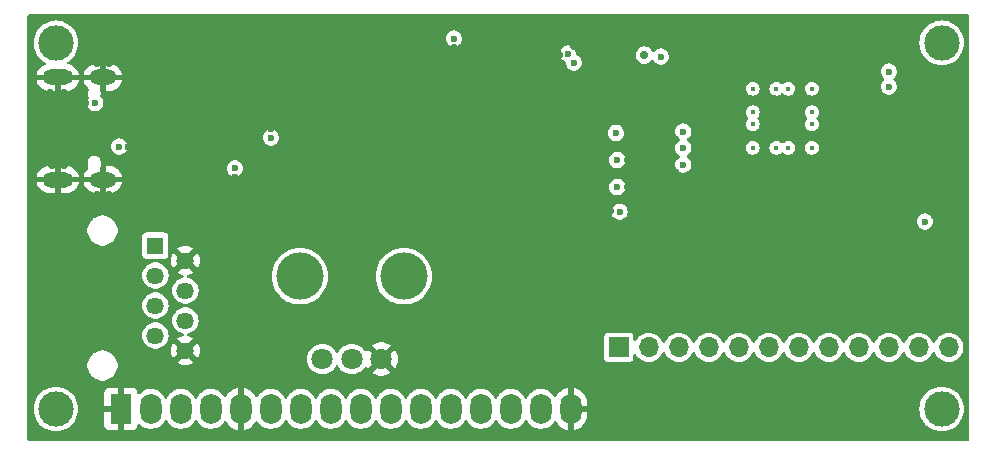
<source format=gbr>
%TF.GenerationSoftware,KiCad,Pcbnew,8.0.4*%
%TF.CreationDate,2024-11-18T06:36:06-07:00*%
%TF.ProjectId,SnakeTank,536e616b-6554-4616-9e6b-2e6b69636164,rev?*%
%TF.SameCoordinates,Original*%
%TF.FileFunction,Copper,L2,Inr*%
%TF.FilePolarity,Positive*%
%FSLAX46Y46*%
G04 Gerber Fmt 4.6, Leading zero omitted, Abs format (unit mm)*
G04 Created by KiCad (PCBNEW 8.0.4) date 2024-11-18 06:36:06*
%MOMM*%
%LPD*%
G01*
G04 APERTURE LIST*
%TA.AperFunction,WasherPad*%
%ADD10C,4.000000*%
%TD*%
%TA.AperFunction,ComponentPad*%
%ADD11C,1.800000*%
%TD*%
%TA.AperFunction,ComponentPad*%
%ADD12R,1.700000X1.700000*%
%TD*%
%TA.AperFunction,ComponentPad*%
%ADD13O,1.700000X1.700000*%
%TD*%
%TA.AperFunction,ComponentPad*%
%ADD14C,0.400000*%
%TD*%
%TA.AperFunction,ComponentPad*%
%ADD15R,1.458000X1.458000*%
%TD*%
%TA.AperFunction,ComponentPad*%
%ADD16C,1.458000*%
%TD*%
%TA.AperFunction,ComponentPad*%
%ADD17O,2.300000X1.300000*%
%TD*%
%TA.AperFunction,ComponentPad*%
%ADD18O,2.600000X1.300000*%
%TD*%
%TA.AperFunction,ComponentPad*%
%ADD19C,3.000000*%
%TD*%
%TA.AperFunction,ComponentPad*%
%ADD20R,1.800000X2.600000*%
%TD*%
%TA.AperFunction,ComponentPad*%
%ADD21O,1.800000X2.600000*%
%TD*%
%TA.AperFunction,ViaPad*%
%ADD22C,0.700000*%
%TD*%
%TA.AperFunction,ViaPad*%
%ADD23C,0.600000*%
%TD*%
G04 APERTURE END LIST*
D10*
%TO.N,*%
%TO.C,RV1*%
X41574000Y-46802000D03*
X50374000Y-46802000D03*
D11*
%TO.N,GND*%
X48474000Y-53802000D03*
%TO.N,Net-(DS1-VO)*%
X45974000Y-53802000D03*
%TO.N,+5V*%
X43474000Y-53802000D03*
%TD*%
D12*
%TO.N,IO3*%
%TO.C,J1*%
X68580000Y-52807000D03*
D13*
%TO.N,IO46*%
X71120000Y-52807000D03*
%TO.N,IO9*%
X73660000Y-52807000D03*
%TO.N,IO10*%
X76200000Y-52807000D03*
%TO.N,IO11*%
X78740000Y-52807000D03*
%TO.N,IO12*%
X81280000Y-52807000D03*
%TO.N,IO13*%
X83820000Y-52807000D03*
%TO.N,IO14*%
X86360000Y-52807000D03*
%TO.N,IO21*%
X88900000Y-52807000D03*
%TO.N,IO47*%
X91440000Y-52807000D03*
%TO.N,IO48*%
X93980000Y-52807000D03*
%TO.N,IO45*%
X96520000Y-52807000D03*
%TD*%
D14*
%TO.N,N/C*%
%TO.C,U2*%
X81920000Y-30914000D03*
X79920000Y-33914000D03*
X84920000Y-30914000D03*
X79920000Y-32914000D03*
X81920000Y-35914000D03*
X84920000Y-33914000D03*
X79920000Y-30914000D03*
X82920000Y-30914000D03*
X82920000Y-35914000D03*
X84920000Y-32914000D03*
X79920000Y-35914000D03*
X84920000Y-35914000D03*
%TD*%
D15*
%TO.N,+5V*%
%TO.C,J3*%
X29340000Y-44196000D03*
D16*
%TO.N,GND*%
X31880000Y-45466000D03*
%TO.N,DHT11_1_data*%
X29340000Y-46736000D03*
%TO.N,DHT11_2_data*%
X31880000Y-48006000D03*
%TO.N,DHT11_3_data*%
X29340000Y-49276000D03*
%TO.N,DHT11_4_data*%
X31880000Y-50546000D03*
%TO.N,+5V*%
X29340000Y-51816000D03*
%TO.N,GND*%
X31880000Y-53086000D03*
%TD*%
D17*
%TO.N,GND*%
%TO.C,J2*%
X24898000Y-29966000D03*
D18*
X21073000Y-29966000D03*
D17*
X24898000Y-38606000D03*
D18*
X21073000Y-38606000D03*
%TD*%
D19*
%TO.N,*%
%TO.C,DS1*%
X20916900Y-27028800D03*
X20916900Y-58029500D03*
X95915480Y-27028800D03*
X95916000Y-58029500D03*
D20*
%TO.N,GND*%
X26416000Y-58029500D03*
D21*
%TO.N,+5V*%
X28956000Y-58029500D03*
%TO.N,Net-(DS1-VO)*%
X31496000Y-58029500D03*
%TO.N,LCD_RS*%
X34036000Y-58029500D03*
%TO.N,GND*%
X36576000Y-58029500D03*
%TO.N,LCD_E*%
X39116000Y-58029500D03*
%TO.N,unconnected-(DS1-D0-Pad7)*%
X41656000Y-58029500D03*
%TO.N,unconnected-(DS1-D1-Pad8)*%
X44196000Y-58029500D03*
%TO.N,unconnected-(DS1-D2-Pad9)*%
X46736000Y-58029500D03*
%TO.N,unconnected-(DS1-D3-Pad10)*%
X49276000Y-58029500D03*
%TO.N,LCD_D4*%
X51816000Y-58029500D03*
%TO.N,LCD_D5*%
X54356000Y-58029500D03*
%TO.N,LCD_D6*%
X56896000Y-58029500D03*
%TO.N,LCD_D7*%
X59436000Y-58029500D03*
%TO.N,+5V*%
X61976000Y-58029500D03*
%TO.N,GND*%
X64516000Y-58029500D03*
%TD*%
D22*
%TO.N,GND*%
X42164000Y-50800000D03*
X45720000Y-48768000D03*
X45720000Y-45720000D03*
X54864000Y-45212000D03*
X57404000Y-45212000D03*
X57785000Y-51435000D03*
X61595000Y-48279800D03*
X52705000Y-51435000D03*
X55245000Y-51435000D03*
X50292000Y-51435000D03*
X47752000Y-51435000D03*
X59690000Y-50165000D03*
X50469800Y-53822600D03*
X66040000Y-43180000D03*
X22860000Y-50800000D03*
X57404000Y-43180000D03*
X30861000Y-51816000D03*
X81280000Y-40640000D03*
X83820000Y-55880000D03*
X21590000Y-37338000D03*
X63500000Y-38100000D03*
X32764000Y-38350000D03*
X78740000Y-40640000D03*
X65278000Y-34290000D03*
X63500000Y-25400000D03*
X86360000Y-38100000D03*
X78740000Y-35560000D03*
X63500000Y-45720000D03*
X40640000Y-27940000D03*
X22860000Y-48260000D03*
X25400000Y-28702000D03*
X57404000Y-47244000D03*
X41656000Y-43180000D03*
X93980000Y-45720000D03*
X58420000Y-33020000D03*
X56007000Y-28829000D03*
X30351000Y-32254000D03*
X73279000Y-25781000D03*
X38100000Y-33020000D03*
X70104000Y-58420000D03*
X33020000Y-27940000D03*
X47498000Y-28702000D03*
X20320000Y-45720000D03*
X38100000Y-25400000D03*
X20320000Y-50800000D03*
X66040000Y-25400000D03*
X37719000Y-56261000D03*
D23*
X39114946Y-34299628D03*
D22*
X27559000Y-36576000D03*
X86360000Y-35560000D03*
D23*
X27051000Y-35814000D03*
D22*
X86360000Y-33020000D03*
X88900000Y-55880000D03*
X93980000Y-55880000D03*
X81280000Y-55880000D03*
X73660000Y-55880000D03*
X64770000Y-27305000D03*
X38100000Y-27940000D03*
X66421000Y-58039000D03*
X78740000Y-38100000D03*
X40640000Y-25400000D03*
X24763000Y-26412000D03*
X96520000Y-38100000D03*
X81280000Y-38100000D03*
X86360000Y-40640000D03*
X76200000Y-58420000D03*
X20447000Y-31242000D03*
X71120000Y-55880000D03*
X30480000Y-27940000D03*
D23*
X73406000Y-35179000D03*
D22*
X88900000Y-35560000D03*
X86360000Y-58420000D03*
X77343000Y-25400000D03*
X20320000Y-48260000D03*
X45720000Y-27940000D03*
X91440000Y-55880000D03*
X76200000Y-55880000D03*
X67809386Y-41246586D03*
X61658500Y-33083500D03*
D23*
X23495000Y-32131000D03*
D22*
X24130000Y-58039000D03*
X58420000Y-27940000D03*
D23*
X41026531Y-34480500D03*
D22*
X57150000Y-34290000D03*
X63475180Y-28097364D03*
X96520000Y-35560000D03*
X96520000Y-30480000D03*
X43180000Y-27940000D03*
X35560000Y-25400000D03*
X54864000Y-43180000D03*
X88900000Y-33020000D03*
X96520000Y-45720000D03*
X96520000Y-48260000D03*
X22860000Y-45720000D03*
X20320000Y-43180000D03*
X91440000Y-58420000D03*
X33147000Y-44323000D03*
X35560000Y-27940000D03*
X63754000Y-30861000D03*
X26287000Y-31238000D03*
X58420000Y-25400000D03*
X83820000Y-58420000D03*
X63500000Y-35560000D03*
X20574000Y-37338000D03*
X25400000Y-39878000D03*
X96520000Y-33020000D03*
X24384000Y-28702000D03*
D23*
X73406000Y-36703000D03*
D22*
X78740000Y-58420000D03*
X96520000Y-40640000D03*
X62230000Y-43180000D03*
X33020000Y-30480000D03*
X96520000Y-43180000D03*
X43180000Y-25400000D03*
X30861000Y-46482000D03*
X69850000Y-32004000D03*
X45720000Y-43180000D03*
X20320000Y-53340000D03*
X54610000Y-27472403D03*
D23*
X36068000Y-38407903D03*
D22*
X21590000Y-31242000D03*
X86360000Y-55880000D03*
X52070000Y-34290000D03*
X45720000Y-25400000D03*
X69323486Y-39224486D03*
D23*
X73406000Y-37996172D03*
D22*
X25779000Y-26412000D03*
X26148236Y-37345764D03*
X30734000Y-54229000D03*
X83820000Y-38100000D03*
X33020000Y-25400000D03*
X67310000Y-32004000D03*
X30480000Y-25400000D03*
X68580000Y-25400000D03*
X24384000Y-39878000D03*
X69342000Y-36957000D03*
X90678000Y-25400000D03*
X69342000Y-34671000D03*
D23*
X36576000Y-36449000D03*
D22*
X50292000Y-43180000D03*
X50800000Y-25400000D03*
X22860000Y-53340000D03*
X78740000Y-33020000D03*
X88900000Y-38100000D03*
X30480000Y-30480000D03*
X78740000Y-55880000D03*
X35179000Y-54229000D03*
X88900000Y-58420000D03*
X22860000Y-43180000D03*
X83820000Y-40640000D03*
X88900000Y-40640000D03*
X81280000Y-58420000D03*
D23*
%TO.N,/CHIP_PU*%
X72136000Y-28194000D03*
X64770000Y-28702000D03*
%TO.N,/GPIO_0*%
X94488000Y-42164000D03*
X54610000Y-26670000D03*
%TO.N,LCD_E*%
X74041000Y-35941000D03*
%TO.N,LCD_RS*%
X74041000Y-34544000D03*
%TO.N,Net-(FB1-Pad2)*%
X24257083Y-32131832D03*
X26289000Y-35814000D03*
%TO.N,LCD_D4*%
X74041000Y-37338000D03*
D22*
%TO.N,ESP_3V3*%
X70739000Y-28067000D03*
D23*
X64262000Y-27940000D03*
%TO.N,/FTDI_UART_RX*%
X91440000Y-29464000D03*
X39121698Y-35052000D03*
%TO.N,DHT11_3_data*%
X68453000Y-39243000D03*
%TO.N,DHT11_2_data*%
X68453000Y-36957000D03*
%TO.N,DHT11_1_data*%
X68344880Y-34671000D03*
%TO.N,DHT11_4_data*%
X68643000Y-41339000D03*
%TO.N,/FDTI_UART_TX*%
X91440000Y-30734000D03*
X36068000Y-37655500D03*
%TD*%
%TA.AperFunction,Conductor*%
%TO.N,GND*%
G36*
X98208539Y-24650185D02*
G01*
X98254294Y-24702989D01*
X98265500Y-24754500D01*
X98265500Y-60589500D01*
X98245815Y-60656539D01*
X98193011Y-60702294D01*
X98141500Y-60713500D01*
X18618500Y-60713500D01*
X18551461Y-60693815D01*
X18505706Y-60641011D01*
X18494500Y-60589500D01*
X18494500Y-58029498D01*
X19030594Y-58029498D01*
X19030594Y-58029501D01*
X19049794Y-58297950D01*
X19049795Y-58297957D01*
X19107001Y-58560927D01*
X19107003Y-58560934D01*
X19117326Y-58588611D01*
X19201056Y-58813101D01*
X19201058Y-58813105D01*
X19330034Y-59049308D01*
X19330039Y-59049316D01*
X19491318Y-59264760D01*
X19491334Y-59264778D01*
X19681621Y-59455065D01*
X19681639Y-59455081D01*
X19897083Y-59616360D01*
X19897091Y-59616365D01*
X20133294Y-59745341D01*
X20133298Y-59745343D01*
X20133300Y-59745344D01*
X20385466Y-59839397D01*
X20648451Y-59896606D01*
X20896219Y-59914326D01*
X20916899Y-59915806D01*
X20916900Y-59915806D01*
X20916901Y-59915806D01*
X20936101Y-59914432D01*
X21185349Y-59896606D01*
X21448334Y-59839397D01*
X21700500Y-59745344D01*
X21936714Y-59616362D01*
X22152168Y-59455075D01*
X22342475Y-59264768D01*
X22503762Y-59049314D01*
X22632744Y-58813100D01*
X22726797Y-58560934D01*
X22784006Y-58297949D01*
X22803206Y-58029500D01*
X22784006Y-57761051D01*
X22726797Y-57498066D01*
X22632744Y-57245900D01*
X22573594Y-57137575D01*
X22503765Y-57009691D01*
X22503760Y-57009683D01*
X22342481Y-56794239D01*
X22342465Y-56794221D01*
X22229899Y-56681655D01*
X25016000Y-56681655D01*
X25016000Y-57779500D01*
X25867518Y-57779500D01*
X25856889Y-57797909D01*
X25816000Y-57950509D01*
X25816000Y-58108491D01*
X25856889Y-58261091D01*
X25867518Y-58279500D01*
X25016000Y-58279500D01*
X25016000Y-59377344D01*
X25022401Y-59436872D01*
X25022403Y-59436879D01*
X25072645Y-59571586D01*
X25072649Y-59571593D01*
X25158809Y-59686687D01*
X25158812Y-59686690D01*
X25273906Y-59772850D01*
X25273913Y-59772854D01*
X25408620Y-59823096D01*
X25408627Y-59823098D01*
X25468155Y-59829499D01*
X25468172Y-59829500D01*
X26166000Y-59829500D01*
X26166000Y-58577982D01*
X26184409Y-58588611D01*
X26337009Y-58629500D01*
X26494991Y-58629500D01*
X26647591Y-58588611D01*
X26666000Y-58577982D01*
X26666000Y-59829500D01*
X27363828Y-59829500D01*
X27363844Y-59829499D01*
X27423372Y-59823098D01*
X27423379Y-59823096D01*
X27558086Y-59772854D01*
X27558093Y-59772850D01*
X27673187Y-59686690D01*
X27673190Y-59686687D01*
X27759350Y-59571593D01*
X27759354Y-59571586D01*
X27809596Y-59436879D01*
X27809598Y-59436872D01*
X27815041Y-59386252D01*
X27841779Y-59321700D01*
X27899171Y-59281852D01*
X27968996Y-59279359D01*
X28026011Y-59311826D01*
X28121159Y-59406974D01*
X28284347Y-59525537D01*
X28369260Y-59568802D01*
X28464070Y-59617111D01*
X28464072Y-59617111D01*
X28464075Y-59617113D01*
X28566904Y-59650524D01*
X28655914Y-59679446D01*
X28855139Y-59711000D01*
X28855144Y-59711000D01*
X29056861Y-59711000D01*
X29256085Y-59679446D01*
X29447925Y-59617113D01*
X29627653Y-59525537D01*
X29790841Y-59406974D01*
X29933474Y-59264341D01*
X30052037Y-59101153D01*
X30115515Y-58976569D01*
X30163490Y-58925774D01*
X30231310Y-58908979D01*
X30297445Y-58931516D01*
X30336484Y-58976569D01*
X30399963Y-59101153D01*
X30518526Y-59264341D01*
X30661159Y-59406974D01*
X30824347Y-59525537D01*
X30909260Y-59568802D01*
X31004070Y-59617111D01*
X31004072Y-59617111D01*
X31004075Y-59617113D01*
X31106904Y-59650524D01*
X31195914Y-59679446D01*
X31395139Y-59711000D01*
X31395144Y-59711000D01*
X31596861Y-59711000D01*
X31796085Y-59679446D01*
X31987925Y-59617113D01*
X32167653Y-59525537D01*
X32330841Y-59406974D01*
X32473474Y-59264341D01*
X32592037Y-59101153D01*
X32655515Y-58976569D01*
X32703490Y-58925774D01*
X32771310Y-58908979D01*
X32837445Y-58931516D01*
X32876484Y-58976569D01*
X32939963Y-59101153D01*
X33058526Y-59264341D01*
X33201159Y-59406974D01*
X33364347Y-59525537D01*
X33449260Y-59568802D01*
X33544070Y-59617111D01*
X33544072Y-59617111D01*
X33544075Y-59617113D01*
X33646904Y-59650524D01*
X33735914Y-59679446D01*
X33935139Y-59711000D01*
X33935144Y-59711000D01*
X34136861Y-59711000D01*
X34336085Y-59679446D01*
X34527925Y-59617113D01*
X34707653Y-59525537D01*
X34870841Y-59406974D01*
X35013474Y-59264341D01*
X35132037Y-59101153D01*
X35132041Y-59101146D01*
X35133698Y-59098442D01*
X35134598Y-59097627D01*
X35134901Y-59097211D01*
X35134988Y-59097274D01*
X35185509Y-59051565D01*
X35254438Y-59040140D01*
X35318602Y-59067795D01*
X35349913Y-59106933D01*
X35378613Y-59163260D01*
X35508142Y-59341541D01*
X35663958Y-59497357D01*
X35842239Y-59626886D01*
X36038589Y-59726932D01*
X36248163Y-59795026D01*
X36325999Y-59807354D01*
X36326000Y-59807354D01*
X36326000Y-58577982D01*
X36344409Y-58588611D01*
X36497009Y-58629500D01*
X36654991Y-58629500D01*
X36807591Y-58588611D01*
X36826000Y-58577982D01*
X36826000Y-59807354D01*
X36903834Y-59795026D01*
X36903837Y-59795026D01*
X37113410Y-59726932D01*
X37309760Y-59626886D01*
X37488041Y-59497357D01*
X37643857Y-59341541D01*
X37773388Y-59163258D01*
X37802086Y-59106934D01*
X37850059Y-59056138D01*
X37917880Y-59039342D01*
X37984015Y-59061879D01*
X38018294Y-59098431D01*
X38019958Y-59101146D01*
X38019962Y-59101152D01*
X38019963Y-59101153D01*
X38138526Y-59264341D01*
X38281159Y-59406974D01*
X38444347Y-59525537D01*
X38529260Y-59568802D01*
X38624070Y-59617111D01*
X38624072Y-59617111D01*
X38624075Y-59617113D01*
X38726904Y-59650524D01*
X38815914Y-59679446D01*
X39015139Y-59711000D01*
X39015144Y-59711000D01*
X39216861Y-59711000D01*
X39416085Y-59679446D01*
X39607925Y-59617113D01*
X39787653Y-59525537D01*
X39950841Y-59406974D01*
X40093474Y-59264341D01*
X40212037Y-59101153D01*
X40275515Y-58976569D01*
X40323490Y-58925774D01*
X40391310Y-58908979D01*
X40457445Y-58931516D01*
X40496484Y-58976569D01*
X40559963Y-59101153D01*
X40678526Y-59264341D01*
X40821159Y-59406974D01*
X40984347Y-59525537D01*
X41069260Y-59568802D01*
X41164070Y-59617111D01*
X41164072Y-59617111D01*
X41164075Y-59617113D01*
X41266904Y-59650524D01*
X41355914Y-59679446D01*
X41555139Y-59711000D01*
X41555144Y-59711000D01*
X41756861Y-59711000D01*
X41956085Y-59679446D01*
X42147925Y-59617113D01*
X42327653Y-59525537D01*
X42490841Y-59406974D01*
X42633474Y-59264341D01*
X42752037Y-59101153D01*
X42815515Y-58976569D01*
X42863490Y-58925774D01*
X42931310Y-58908979D01*
X42997445Y-58931516D01*
X43036484Y-58976569D01*
X43099963Y-59101153D01*
X43218526Y-59264341D01*
X43361159Y-59406974D01*
X43524347Y-59525537D01*
X43609260Y-59568802D01*
X43704070Y-59617111D01*
X43704072Y-59617111D01*
X43704075Y-59617113D01*
X43806904Y-59650524D01*
X43895914Y-59679446D01*
X44095139Y-59711000D01*
X44095144Y-59711000D01*
X44296861Y-59711000D01*
X44496085Y-59679446D01*
X44687925Y-59617113D01*
X44867653Y-59525537D01*
X45030841Y-59406974D01*
X45173474Y-59264341D01*
X45292037Y-59101153D01*
X45355515Y-58976569D01*
X45403490Y-58925774D01*
X45471310Y-58908979D01*
X45537445Y-58931516D01*
X45576484Y-58976569D01*
X45639963Y-59101153D01*
X45758526Y-59264341D01*
X45901159Y-59406974D01*
X46064347Y-59525537D01*
X46149260Y-59568802D01*
X46244070Y-59617111D01*
X46244072Y-59617111D01*
X46244075Y-59617113D01*
X46346904Y-59650524D01*
X46435914Y-59679446D01*
X46635139Y-59711000D01*
X46635144Y-59711000D01*
X46836861Y-59711000D01*
X47036085Y-59679446D01*
X47227925Y-59617113D01*
X47407653Y-59525537D01*
X47570841Y-59406974D01*
X47713474Y-59264341D01*
X47832037Y-59101153D01*
X47895515Y-58976569D01*
X47943490Y-58925774D01*
X48011310Y-58908979D01*
X48077445Y-58931516D01*
X48116484Y-58976569D01*
X48179963Y-59101153D01*
X48298526Y-59264341D01*
X48441159Y-59406974D01*
X48604347Y-59525537D01*
X48689260Y-59568802D01*
X48784070Y-59617111D01*
X48784072Y-59617111D01*
X48784075Y-59617113D01*
X48886904Y-59650524D01*
X48975914Y-59679446D01*
X49175139Y-59711000D01*
X49175144Y-59711000D01*
X49376861Y-59711000D01*
X49576085Y-59679446D01*
X49767925Y-59617113D01*
X49947653Y-59525537D01*
X50110841Y-59406974D01*
X50253474Y-59264341D01*
X50372037Y-59101153D01*
X50435515Y-58976569D01*
X50483490Y-58925774D01*
X50551310Y-58908979D01*
X50617445Y-58931516D01*
X50656484Y-58976569D01*
X50719963Y-59101153D01*
X50838526Y-59264341D01*
X50981159Y-59406974D01*
X51144347Y-59525537D01*
X51229260Y-59568802D01*
X51324070Y-59617111D01*
X51324072Y-59617111D01*
X51324075Y-59617113D01*
X51426904Y-59650524D01*
X51515914Y-59679446D01*
X51715139Y-59711000D01*
X51715144Y-59711000D01*
X51916861Y-59711000D01*
X52116085Y-59679446D01*
X52307925Y-59617113D01*
X52487653Y-59525537D01*
X52650841Y-59406974D01*
X52793474Y-59264341D01*
X52912037Y-59101153D01*
X52975515Y-58976569D01*
X53023490Y-58925774D01*
X53091310Y-58908979D01*
X53157445Y-58931516D01*
X53196484Y-58976569D01*
X53259963Y-59101153D01*
X53378526Y-59264341D01*
X53521159Y-59406974D01*
X53684347Y-59525537D01*
X53769260Y-59568802D01*
X53864070Y-59617111D01*
X53864072Y-59617111D01*
X53864075Y-59617113D01*
X53966904Y-59650524D01*
X54055914Y-59679446D01*
X54255139Y-59711000D01*
X54255144Y-59711000D01*
X54456861Y-59711000D01*
X54656085Y-59679446D01*
X54847925Y-59617113D01*
X55027653Y-59525537D01*
X55190841Y-59406974D01*
X55333474Y-59264341D01*
X55452037Y-59101153D01*
X55515515Y-58976569D01*
X55563490Y-58925774D01*
X55631310Y-58908979D01*
X55697445Y-58931516D01*
X55736484Y-58976569D01*
X55799963Y-59101153D01*
X55918526Y-59264341D01*
X56061159Y-59406974D01*
X56224347Y-59525537D01*
X56309260Y-59568802D01*
X56404070Y-59617111D01*
X56404072Y-59617111D01*
X56404075Y-59617113D01*
X56506904Y-59650524D01*
X56595914Y-59679446D01*
X56795139Y-59711000D01*
X56795144Y-59711000D01*
X56996861Y-59711000D01*
X57196085Y-59679446D01*
X57387925Y-59617113D01*
X57567653Y-59525537D01*
X57730841Y-59406974D01*
X57873474Y-59264341D01*
X57992037Y-59101153D01*
X58055515Y-58976569D01*
X58103490Y-58925774D01*
X58171310Y-58908979D01*
X58237445Y-58931516D01*
X58276484Y-58976569D01*
X58339963Y-59101153D01*
X58458526Y-59264341D01*
X58601159Y-59406974D01*
X58764347Y-59525537D01*
X58849260Y-59568802D01*
X58944070Y-59617111D01*
X58944072Y-59617111D01*
X58944075Y-59617113D01*
X59046904Y-59650524D01*
X59135914Y-59679446D01*
X59335139Y-59711000D01*
X59335144Y-59711000D01*
X59536861Y-59711000D01*
X59736085Y-59679446D01*
X59927925Y-59617113D01*
X60107653Y-59525537D01*
X60270841Y-59406974D01*
X60413474Y-59264341D01*
X60532037Y-59101153D01*
X60595515Y-58976569D01*
X60643490Y-58925774D01*
X60711310Y-58908979D01*
X60777445Y-58931516D01*
X60816484Y-58976569D01*
X60879963Y-59101153D01*
X60998526Y-59264341D01*
X61141159Y-59406974D01*
X61304347Y-59525537D01*
X61389260Y-59568802D01*
X61484070Y-59617111D01*
X61484072Y-59617111D01*
X61484075Y-59617113D01*
X61586904Y-59650524D01*
X61675914Y-59679446D01*
X61875139Y-59711000D01*
X61875144Y-59711000D01*
X62076861Y-59711000D01*
X62276085Y-59679446D01*
X62467925Y-59617113D01*
X62647653Y-59525537D01*
X62810841Y-59406974D01*
X62953474Y-59264341D01*
X63072037Y-59101153D01*
X63072041Y-59101146D01*
X63073698Y-59098442D01*
X63074598Y-59097627D01*
X63074901Y-59097211D01*
X63074988Y-59097274D01*
X63125509Y-59051565D01*
X63194438Y-59040140D01*
X63258602Y-59067795D01*
X63289913Y-59106933D01*
X63318613Y-59163260D01*
X63448142Y-59341541D01*
X63603958Y-59497357D01*
X63782239Y-59626886D01*
X63978589Y-59726932D01*
X64188163Y-59795026D01*
X64265999Y-59807354D01*
X64266000Y-59807354D01*
X64266000Y-58577982D01*
X64284409Y-58588611D01*
X64437009Y-58629500D01*
X64594991Y-58629500D01*
X64747591Y-58588611D01*
X64766000Y-58577982D01*
X64766000Y-59807354D01*
X64843834Y-59795026D01*
X64843837Y-59795026D01*
X65053410Y-59726932D01*
X65249760Y-59626886D01*
X65428041Y-59497357D01*
X65583857Y-59341541D01*
X65713386Y-59163260D01*
X65813432Y-58966910D01*
X65881526Y-58757335D01*
X65916000Y-58539681D01*
X65916000Y-58279500D01*
X65064482Y-58279500D01*
X65075111Y-58261091D01*
X65116000Y-58108491D01*
X65116000Y-58029498D01*
X94029694Y-58029498D01*
X94029694Y-58029501D01*
X94048894Y-58297950D01*
X94048895Y-58297957D01*
X94106101Y-58560927D01*
X94106103Y-58560934D01*
X94116426Y-58588611D01*
X94200156Y-58813101D01*
X94200158Y-58813105D01*
X94329134Y-59049308D01*
X94329139Y-59049316D01*
X94490418Y-59264760D01*
X94490434Y-59264778D01*
X94680721Y-59455065D01*
X94680739Y-59455081D01*
X94896183Y-59616360D01*
X94896191Y-59616365D01*
X95132394Y-59745341D01*
X95132398Y-59745343D01*
X95132400Y-59745344D01*
X95384566Y-59839397D01*
X95647551Y-59896606D01*
X95895319Y-59914326D01*
X95915999Y-59915806D01*
X95916000Y-59915806D01*
X95916001Y-59915806D01*
X95935201Y-59914432D01*
X96184449Y-59896606D01*
X96447434Y-59839397D01*
X96699600Y-59745344D01*
X96935814Y-59616362D01*
X97151268Y-59455075D01*
X97341575Y-59264768D01*
X97502862Y-59049314D01*
X97631844Y-58813100D01*
X97725897Y-58560934D01*
X97783106Y-58297949D01*
X97802306Y-58029500D01*
X97783106Y-57761051D01*
X97725897Y-57498066D01*
X97631844Y-57245900D01*
X97572694Y-57137575D01*
X97502865Y-57009691D01*
X97502860Y-57009683D01*
X97341581Y-56794239D01*
X97341565Y-56794221D01*
X97151278Y-56603934D01*
X97151260Y-56603918D01*
X96935816Y-56442639D01*
X96935808Y-56442634D01*
X96699605Y-56313658D01*
X96699601Y-56313656D01*
X96604000Y-56277999D01*
X96447434Y-56219603D01*
X96447430Y-56219602D01*
X96447427Y-56219601D01*
X96184457Y-56162395D01*
X96184450Y-56162394D01*
X95916001Y-56143194D01*
X95915999Y-56143194D01*
X95647549Y-56162394D01*
X95647542Y-56162395D01*
X95384572Y-56219601D01*
X95384567Y-56219602D01*
X95384566Y-56219603D01*
X95340864Y-56235903D01*
X95132398Y-56313656D01*
X95132394Y-56313658D01*
X94896191Y-56442634D01*
X94896183Y-56442639D01*
X94680739Y-56603918D01*
X94680721Y-56603934D01*
X94490434Y-56794221D01*
X94490418Y-56794239D01*
X94329139Y-57009683D01*
X94329134Y-57009691D01*
X94200158Y-57245894D01*
X94200156Y-57245898D01*
X94106101Y-57498072D01*
X94048895Y-57761042D01*
X94048894Y-57761049D01*
X94029694Y-58029498D01*
X65116000Y-58029498D01*
X65116000Y-57950509D01*
X65075111Y-57797909D01*
X65064482Y-57779500D01*
X65916000Y-57779500D01*
X65916000Y-57519318D01*
X65881526Y-57301664D01*
X65813432Y-57092089D01*
X65713386Y-56895739D01*
X65583857Y-56717458D01*
X65428041Y-56561642D01*
X65249760Y-56432113D01*
X65053410Y-56332067D01*
X64843836Y-56263973D01*
X64766000Y-56251644D01*
X64766000Y-57481017D01*
X64747591Y-57470389D01*
X64594991Y-57429500D01*
X64437009Y-57429500D01*
X64284409Y-57470389D01*
X64266000Y-57481017D01*
X64266000Y-56251644D01*
X64188164Y-56263973D01*
X64188161Y-56263973D01*
X63978589Y-56332067D01*
X63782239Y-56432113D01*
X63603958Y-56561642D01*
X63448142Y-56717458D01*
X63318611Y-56895741D01*
X63289912Y-56952067D01*
X63241938Y-57002862D01*
X63174116Y-57019657D01*
X63107982Y-56997119D01*
X63073703Y-56960564D01*
X63072043Y-56957855D01*
X63026914Y-56895741D01*
X62953474Y-56794659D01*
X62810841Y-56652026D01*
X62647653Y-56533463D01*
X62467929Y-56441888D01*
X62276085Y-56379553D01*
X62076861Y-56348000D01*
X62076856Y-56348000D01*
X61875144Y-56348000D01*
X61875139Y-56348000D01*
X61675914Y-56379553D01*
X61484070Y-56441888D01*
X61304346Y-56533463D01*
X61211242Y-56601107D01*
X61141159Y-56652026D01*
X61141157Y-56652028D01*
X61141156Y-56652028D01*
X60998528Y-56794656D01*
X60998528Y-56794657D01*
X60998526Y-56794659D01*
X60947607Y-56864742D01*
X60879963Y-56957846D01*
X60816485Y-57082429D01*
X60768510Y-57133225D01*
X60700689Y-57150020D01*
X60634554Y-57127482D01*
X60595515Y-57082429D01*
X60552047Y-56997119D01*
X60532037Y-56957847D01*
X60413474Y-56794659D01*
X60270841Y-56652026D01*
X60107653Y-56533463D01*
X59927929Y-56441888D01*
X59736085Y-56379553D01*
X59536861Y-56348000D01*
X59536856Y-56348000D01*
X59335144Y-56348000D01*
X59335139Y-56348000D01*
X59135914Y-56379553D01*
X58944070Y-56441888D01*
X58764346Y-56533463D01*
X58671242Y-56601107D01*
X58601159Y-56652026D01*
X58601157Y-56652028D01*
X58601156Y-56652028D01*
X58458528Y-56794656D01*
X58458528Y-56794657D01*
X58458526Y-56794659D01*
X58407607Y-56864742D01*
X58339963Y-56957846D01*
X58276485Y-57082429D01*
X58228510Y-57133225D01*
X58160689Y-57150020D01*
X58094554Y-57127482D01*
X58055515Y-57082429D01*
X58012047Y-56997119D01*
X57992037Y-56957847D01*
X57873474Y-56794659D01*
X57730841Y-56652026D01*
X57567653Y-56533463D01*
X57387929Y-56441888D01*
X57196085Y-56379553D01*
X56996861Y-56348000D01*
X56996856Y-56348000D01*
X56795144Y-56348000D01*
X56795139Y-56348000D01*
X56595914Y-56379553D01*
X56404070Y-56441888D01*
X56224346Y-56533463D01*
X56131242Y-56601107D01*
X56061159Y-56652026D01*
X56061157Y-56652028D01*
X56061156Y-56652028D01*
X55918528Y-56794656D01*
X55918528Y-56794657D01*
X55918526Y-56794659D01*
X55867607Y-56864742D01*
X55799963Y-56957846D01*
X55736485Y-57082429D01*
X55688510Y-57133225D01*
X55620689Y-57150020D01*
X55554554Y-57127482D01*
X55515515Y-57082429D01*
X55472047Y-56997119D01*
X55452037Y-56957847D01*
X55333474Y-56794659D01*
X55190841Y-56652026D01*
X55027653Y-56533463D01*
X54847929Y-56441888D01*
X54656085Y-56379553D01*
X54456861Y-56348000D01*
X54456856Y-56348000D01*
X54255144Y-56348000D01*
X54255139Y-56348000D01*
X54055914Y-56379553D01*
X53864070Y-56441888D01*
X53684346Y-56533463D01*
X53591242Y-56601107D01*
X53521159Y-56652026D01*
X53521157Y-56652028D01*
X53521156Y-56652028D01*
X53378528Y-56794656D01*
X53378528Y-56794657D01*
X53378526Y-56794659D01*
X53327607Y-56864742D01*
X53259963Y-56957846D01*
X53196485Y-57082429D01*
X53148510Y-57133225D01*
X53080689Y-57150020D01*
X53014554Y-57127482D01*
X52975515Y-57082429D01*
X52932047Y-56997119D01*
X52912037Y-56957847D01*
X52793474Y-56794659D01*
X52650841Y-56652026D01*
X52487653Y-56533463D01*
X52307929Y-56441888D01*
X52116085Y-56379553D01*
X51916861Y-56348000D01*
X51916856Y-56348000D01*
X51715144Y-56348000D01*
X51715139Y-56348000D01*
X51515914Y-56379553D01*
X51324070Y-56441888D01*
X51144346Y-56533463D01*
X51051242Y-56601107D01*
X50981159Y-56652026D01*
X50981157Y-56652028D01*
X50981156Y-56652028D01*
X50838528Y-56794656D01*
X50838528Y-56794657D01*
X50838526Y-56794659D01*
X50787607Y-56864742D01*
X50719963Y-56957846D01*
X50656485Y-57082429D01*
X50608510Y-57133225D01*
X50540689Y-57150020D01*
X50474554Y-57127482D01*
X50435515Y-57082429D01*
X50392047Y-56997119D01*
X50372037Y-56957847D01*
X50253474Y-56794659D01*
X50110841Y-56652026D01*
X49947653Y-56533463D01*
X49767929Y-56441888D01*
X49576085Y-56379553D01*
X49376861Y-56348000D01*
X49376856Y-56348000D01*
X49175144Y-56348000D01*
X49175139Y-56348000D01*
X48975914Y-56379553D01*
X48784070Y-56441888D01*
X48604346Y-56533463D01*
X48511242Y-56601107D01*
X48441159Y-56652026D01*
X48441157Y-56652028D01*
X48441156Y-56652028D01*
X48298528Y-56794656D01*
X48298528Y-56794657D01*
X48298526Y-56794659D01*
X48247607Y-56864742D01*
X48179963Y-56957846D01*
X48116485Y-57082429D01*
X48068510Y-57133225D01*
X48000689Y-57150020D01*
X47934554Y-57127482D01*
X47895515Y-57082429D01*
X47852047Y-56997119D01*
X47832037Y-56957847D01*
X47713474Y-56794659D01*
X47570841Y-56652026D01*
X47407653Y-56533463D01*
X47227929Y-56441888D01*
X47036085Y-56379553D01*
X46836861Y-56348000D01*
X46836856Y-56348000D01*
X46635144Y-56348000D01*
X46635139Y-56348000D01*
X46435914Y-56379553D01*
X46244070Y-56441888D01*
X46064346Y-56533463D01*
X45971242Y-56601107D01*
X45901159Y-56652026D01*
X45901157Y-56652028D01*
X45901156Y-56652028D01*
X45758528Y-56794656D01*
X45758528Y-56794657D01*
X45758526Y-56794659D01*
X45707607Y-56864742D01*
X45639963Y-56957846D01*
X45576485Y-57082429D01*
X45528510Y-57133225D01*
X45460689Y-57150020D01*
X45394554Y-57127482D01*
X45355515Y-57082429D01*
X45312047Y-56997119D01*
X45292037Y-56957847D01*
X45173474Y-56794659D01*
X45030841Y-56652026D01*
X44867653Y-56533463D01*
X44687929Y-56441888D01*
X44496085Y-56379553D01*
X44296861Y-56348000D01*
X44296856Y-56348000D01*
X44095144Y-56348000D01*
X44095139Y-56348000D01*
X43895914Y-56379553D01*
X43704070Y-56441888D01*
X43524346Y-56533463D01*
X43431242Y-56601107D01*
X43361159Y-56652026D01*
X43361157Y-56652028D01*
X43361156Y-56652028D01*
X43218528Y-56794656D01*
X43218528Y-56794657D01*
X43218526Y-56794659D01*
X43167607Y-56864742D01*
X43099963Y-56957846D01*
X43036485Y-57082429D01*
X42988510Y-57133225D01*
X42920689Y-57150020D01*
X42854554Y-57127482D01*
X42815515Y-57082429D01*
X42772047Y-56997119D01*
X42752037Y-56957847D01*
X42633474Y-56794659D01*
X42490841Y-56652026D01*
X42327653Y-56533463D01*
X42147929Y-56441888D01*
X41956085Y-56379553D01*
X41756861Y-56348000D01*
X41756856Y-56348000D01*
X41555144Y-56348000D01*
X41555139Y-56348000D01*
X41355914Y-56379553D01*
X41164070Y-56441888D01*
X40984346Y-56533463D01*
X40891242Y-56601107D01*
X40821159Y-56652026D01*
X40821157Y-56652028D01*
X40821156Y-56652028D01*
X40678528Y-56794656D01*
X40678528Y-56794657D01*
X40678526Y-56794659D01*
X40627607Y-56864742D01*
X40559963Y-56957846D01*
X40496485Y-57082429D01*
X40448510Y-57133225D01*
X40380689Y-57150020D01*
X40314554Y-57127482D01*
X40275515Y-57082429D01*
X40232047Y-56997119D01*
X40212037Y-56957847D01*
X40093474Y-56794659D01*
X39950841Y-56652026D01*
X39787653Y-56533463D01*
X39607929Y-56441888D01*
X39416085Y-56379553D01*
X39216861Y-56348000D01*
X39216856Y-56348000D01*
X39015144Y-56348000D01*
X39015139Y-56348000D01*
X38815914Y-56379553D01*
X38624070Y-56441888D01*
X38444346Y-56533463D01*
X38351242Y-56601107D01*
X38281159Y-56652026D01*
X38281157Y-56652028D01*
X38281156Y-56652028D01*
X38138528Y-56794656D01*
X38138528Y-56794657D01*
X38138526Y-56794659D01*
X38094145Y-56855743D01*
X38019957Y-56957854D01*
X38018290Y-56960575D01*
X38017388Y-56961390D01*
X38017099Y-56961789D01*
X38017015Y-56961728D01*
X37966471Y-57007444D01*
X37897540Y-57018857D01*
X37833381Y-56991191D01*
X37802086Y-56952065D01*
X37773388Y-56895741D01*
X37643857Y-56717458D01*
X37488041Y-56561642D01*
X37309760Y-56432113D01*
X37113410Y-56332067D01*
X36903836Y-56263973D01*
X36826000Y-56251644D01*
X36826000Y-57481017D01*
X36807591Y-57470389D01*
X36654991Y-57429500D01*
X36497009Y-57429500D01*
X36344409Y-57470389D01*
X36326000Y-57481017D01*
X36326000Y-56251644D01*
X36248164Y-56263973D01*
X36248161Y-56263973D01*
X36038589Y-56332067D01*
X35842239Y-56432113D01*
X35663958Y-56561642D01*
X35508142Y-56717458D01*
X35378611Y-56895741D01*
X35349912Y-56952067D01*
X35301938Y-57002862D01*
X35234116Y-57019657D01*
X35167982Y-56997119D01*
X35133703Y-56960564D01*
X35132043Y-56957855D01*
X35086914Y-56895741D01*
X35013474Y-56794659D01*
X34870841Y-56652026D01*
X34707653Y-56533463D01*
X34527929Y-56441888D01*
X34336085Y-56379553D01*
X34136861Y-56348000D01*
X34136856Y-56348000D01*
X33935144Y-56348000D01*
X33935139Y-56348000D01*
X33735914Y-56379553D01*
X33544070Y-56441888D01*
X33364346Y-56533463D01*
X33271242Y-56601107D01*
X33201159Y-56652026D01*
X33201157Y-56652028D01*
X33201156Y-56652028D01*
X33058528Y-56794656D01*
X33058528Y-56794657D01*
X33058526Y-56794659D01*
X33007607Y-56864742D01*
X32939963Y-56957846D01*
X32876485Y-57082429D01*
X32828510Y-57133225D01*
X32760689Y-57150020D01*
X32694554Y-57127482D01*
X32655515Y-57082429D01*
X32612047Y-56997119D01*
X32592037Y-56957847D01*
X32473474Y-56794659D01*
X32330841Y-56652026D01*
X32167653Y-56533463D01*
X31987929Y-56441888D01*
X31796085Y-56379553D01*
X31596861Y-56348000D01*
X31596856Y-56348000D01*
X31395144Y-56348000D01*
X31395139Y-56348000D01*
X31195914Y-56379553D01*
X31004070Y-56441888D01*
X30824346Y-56533463D01*
X30731242Y-56601107D01*
X30661159Y-56652026D01*
X30661157Y-56652028D01*
X30661156Y-56652028D01*
X30518528Y-56794656D01*
X30518528Y-56794657D01*
X30518526Y-56794659D01*
X30467607Y-56864742D01*
X30399963Y-56957846D01*
X30336485Y-57082429D01*
X30288510Y-57133225D01*
X30220689Y-57150020D01*
X30154554Y-57127482D01*
X30115515Y-57082429D01*
X30072047Y-56997119D01*
X30052037Y-56957847D01*
X29933474Y-56794659D01*
X29790841Y-56652026D01*
X29627653Y-56533463D01*
X29447929Y-56441888D01*
X29256085Y-56379553D01*
X29056861Y-56348000D01*
X29056856Y-56348000D01*
X28855144Y-56348000D01*
X28855139Y-56348000D01*
X28655914Y-56379553D01*
X28464070Y-56441888D01*
X28284346Y-56533463D01*
X28121160Y-56652025D01*
X28026011Y-56747174D01*
X27964687Y-56780658D01*
X27894996Y-56775674D01*
X27839063Y-56733802D01*
X27815041Y-56672748D01*
X27809598Y-56622126D01*
X27809596Y-56622120D01*
X27759354Y-56487413D01*
X27759350Y-56487406D01*
X27673190Y-56372312D01*
X27673187Y-56372309D01*
X27558093Y-56286149D01*
X27558086Y-56286145D01*
X27423379Y-56235903D01*
X27423372Y-56235901D01*
X27363844Y-56229500D01*
X26666000Y-56229500D01*
X26666000Y-57481017D01*
X26647591Y-57470389D01*
X26494991Y-57429500D01*
X26337009Y-57429500D01*
X26184409Y-57470389D01*
X26166000Y-57481017D01*
X26166000Y-56229500D01*
X25468155Y-56229500D01*
X25408627Y-56235901D01*
X25408620Y-56235903D01*
X25273913Y-56286145D01*
X25273906Y-56286149D01*
X25158812Y-56372309D01*
X25158809Y-56372312D01*
X25072649Y-56487406D01*
X25072645Y-56487413D01*
X25022403Y-56622120D01*
X25022401Y-56622127D01*
X25016000Y-56681655D01*
X22229899Y-56681655D01*
X22152178Y-56603934D01*
X22152160Y-56603918D01*
X21936716Y-56442639D01*
X21936708Y-56442634D01*
X21700505Y-56313658D01*
X21700501Y-56313656D01*
X21604900Y-56277999D01*
X21448334Y-56219603D01*
X21448330Y-56219602D01*
X21448327Y-56219601D01*
X21185357Y-56162395D01*
X21185350Y-56162394D01*
X20916901Y-56143194D01*
X20916899Y-56143194D01*
X20648449Y-56162394D01*
X20648442Y-56162395D01*
X20385472Y-56219601D01*
X20385467Y-56219602D01*
X20385466Y-56219603D01*
X20341764Y-56235903D01*
X20133298Y-56313656D01*
X20133294Y-56313658D01*
X19897091Y-56442634D01*
X19897083Y-56442639D01*
X19681639Y-56603918D01*
X19681621Y-56603934D01*
X19491334Y-56794221D01*
X19491318Y-56794239D01*
X19330039Y-57009683D01*
X19330034Y-57009691D01*
X19201058Y-57245894D01*
X19201056Y-57245898D01*
X19107001Y-57498072D01*
X19049795Y-57761042D01*
X19049794Y-57761049D01*
X19030594Y-58029498D01*
X18494500Y-58029498D01*
X18494500Y-54255616D01*
X23584500Y-54255616D01*
X23584500Y-54456383D01*
X23615907Y-54654680D01*
X23677949Y-54845626D01*
X23762120Y-55010818D01*
X23769095Y-55024508D01*
X23887103Y-55186932D01*
X24029068Y-55328897D01*
X24191492Y-55446905D01*
X24276007Y-55489967D01*
X24370373Y-55538050D01*
X24370375Y-55538050D01*
X24370378Y-55538052D01*
X24561320Y-55600093D01*
X24759616Y-55631500D01*
X24759617Y-55631500D01*
X24960383Y-55631500D01*
X24960384Y-55631500D01*
X25158680Y-55600093D01*
X25349622Y-55538052D01*
X25528508Y-55446905D01*
X25690932Y-55328897D01*
X25832897Y-55186932D01*
X25950905Y-55024508D01*
X26042052Y-54845622D01*
X26104093Y-54654680D01*
X26135500Y-54456384D01*
X26135500Y-54255616D01*
X26104093Y-54057320D01*
X26042052Y-53866378D01*
X26042050Y-53866375D01*
X26042050Y-53866373D01*
X25958728Y-53702846D01*
X25950905Y-53687492D01*
X25832897Y-53525068D01*
X25690932Y-53383103D01*
X25528508Y-53265095D01*
X25519918Y-53260718D01*
X25349626Y-53173949D01*
X25158680Y-53111907D01*
X25110367Y-53104255D01*
X24995103Y-53085999D01*
X30646305Y-53085999D01*
X30646305Y-53086000D01*
X30665047Y-53300224D01*
X30665049Y-53300234D01*
X30720703Y-53507941D01*
X30720707Y-53507950D01*
X30811588Y-53702846D01*
X30811589Y-53702848D01*
X30851952Y-53760492D01*
X30851953Y-53760493D01*
X31417449Y-53194996D01*
X31437370Y-53269343D01*
X31499905Y-53377657D01*
X31588343Y-53466095D01*
X31696657Y-53528630D01*
X31771002Y-53548550D01*
X31205505Y-54114046D01*
X31263153Y-54154411D01*
X31458049Y-54245292D01*
X31458058Y-54245296D01*
X31665765Y-54300950D01*
X31665775Y-54300952D01*
X31879999Y-54319695D01*
X31880001Y-54319695D01*
X32094224Y-54300952D01*
X32094234Y-54300950D01*
X32301941Y-54245296D01*
X32301950Y-54245292D01*
X32496845Y-54154412D01*
X32554493Y-54114046D01*
X32242446Y-53801998D01*
X42187605Y-53801998D01*
X42187605Y-53802001D01*
X42207147Y-54025374D01*
X42207149Y-54025385D01*
X42265181Y-54241965D01*
X42265183Y-54241969D01*
X42265184Y-54241973D01*
X42359949Y-54445198D01*
X42488564Y-54628879D01*
X42647121Y-54787436D01*
X42830802Y-54916051D01*
X43034027Y-55010816D01*
X43250620Y-55068852D01*
X43410177Y-55082811D01*
X43473998Y-55088395D01*
X43474000Y-55088395D01*
X43474002Y-55088395D01*
X43529845Y-55083509D01*
X43697380Y-55068852D01*
X43913973Y-55010816D01*
X44117198Y-54916051D01*
X44300879Y-54787436D01*
X44459436Y-54628879D01*
X44588051Y-54445198D01*
X44611618Y-54394657D01*
X44657790Y-54342218D01*
X44724983Y-54323066D01*
X44791864Y-54343281D01*
X44836381Y-54394657D01*
X44859949Y-54445198D01*
X44988564Y-54628879D01*
X45147121Y-54787436D01*
X45330802Y-54916051D01*
X45534027Y-55010816D01*
X45750620Y-55068852D01*
X45910177Y-55082811D01*
X45973998Y-55088395D01*
X45974000Y-55088395D01*
X45974002Y-55088395D01*
X46029845Y-55083509D01*
X46197380Y-55068852D01*
X46413973Y-55010816D01*
X46617198Y-54916051D01*
X46800879Y-54787436D01*
X46959436Y-54628879D01*
X47052169Y-54496441D01*
X47106745Y-54452818D01*
X47176243Y-54445624D01*
X47238598Y-54477147D01*
X47257552Y-54499745D01*
X47322812Y-54599633D01*
X47991037Y-53931408D01*
X48008075Y-53994993D01*
X48073901Y-54109007D01*
X48166993Y-54202099D01*
X48281007Y-54267925D01*
X48344590Y-54284962D01*
X47675201Y-54954351D01*
X47705649Y-54978050D01*
X47909697Y-55088476D01*
X47909706Y-55088479D01*
X48129139Y-55163811D01*
X48357993Y-55202000D01*
X48590007Y-55202000D01*
X48818860Y-55163811D01*
X49038293Y-55088479D01*
X49038301Y-55088476D01*
X49242355Y-54978047D01*
X49272797Y-54954351D01*
X49272798Y-54954350D01*
X48603410Y-54284962D01*
X48666993Y-54267925D01*
X48781007Y-54202099D01*
X48874099Y-54109007D01*
X48939925Y-53994993D01*
X48956962Y-53931409D01*
X49625186Y-54599633D01*
X49709482Y-54470611D01*
X49802682Y-54258135D01*
X49859638Y-54033218D01*
X49878798Y-53802005D01*
X49878798Y-53801994D01*
X49859638Y-53570781D01*
X49802682Y-53345864D01*
X49709484Y-53133393D01*
X49625186Y-53004365D01*
X48956962Y-53672589D01*
X48939925Y-53609007D01*
X48874099Y-53494993D01*
X48781007Y-53401901D01*
X48666993Y-53336075D01*
X48603409Y-53319037D01*
X49272797Y-52649647D01*
X49272797Y-52649645D01*
X49242360Y-52625955D01*
X49242354Y-52625951D01*
X49038302Y-52515523D01*
X49038293Y-52515520D01*
X48818860Y-52440188D01*
X48590007Y-52402000D01*
X48357993Y-52402000D01*
X48129139Y-52440188D01*
X47909706Y-52515520D01*
X47909697Y-52515523D01*
X47705650Y-52625949D01*
X47675200Y-52649647D01*
X48344591Y-53319037D01*
X48281007Y-53336075D01*
X48166993Y-53401901D01*
X48073901Y-53494993D01*
X48008075Y-53609007D01*
X47991037Y-53672591D01*
X47322811Y-53004365D01*
X47257550Y-53104255D01*
X47204404Y-53149611D01*
X47135173Y-53159035D01*
X47071837Y-53129533D01*
X47052169Y-53107559D01*
X46959436Y-52975121D01*
X46800879Y-52816564D01*
X46617198Y-52687949D01*
X46413973Y-52593184D01*
X46413969Y-52593183D01*
X46413965Y-52593181D01*
X46197385Y-52535149D01*
X46197381Y-52535148D01*
X46197380Y-52535148D01*
X46197379Y-52535147D01*
X46197374Y-52535147D01*
X45974002Y-52515605D01*
X45973998Y-52515605D01*
X45750625Y-52535147D01*
X45750614Y-52535149D01*
X45534034Y-52593181D01*
X45534025Y-52593185D01*
X45330804Y-52687948D01*
X45330802Y-52687949D01*
X45147118Y-52816565D01*
X44988565Y-52975118D01*
X44859949Y-53158802D01*
X44859948Y-53158804D01*
X44836382Y-53209343D01*
X44790210Y-53261782D01*
X44723016Y-53280934D01*
X44656135Y-53260718D01*
X44611618Y-53209343D01*
X44588051Y-53158803D01*
X44459436Y-52975121D01*
X44300879Y-52816564D01*
X44117198Y-52687949D01*
X43913973Y-52593184D01*
X43913969Y-52593183D01*
X43913965Y-52593181D01*
X43697385Y-52535149D01*
X43697381Y-52535148D01*
X43697380Y-52535148D01*
X43697379Y-52535147D01*
X43697374Y-52535147D01*
X43474002Y-52515605D01*
X43473998Y-52515605D01*
X43250625Y-52535147D01*
X43250614Y-52535149D01*
X43034034Y-52593181D01*
X43034025Y-52593185D01*
X42830804Y-52687948D01*
X42830802Y-52687949D01*
X42647118Y-52816565D01*
X42488565Y-52975118D01*
X42359949Y-53158802D01*
X42359948Y-53158804D01*
X42265185Y-53362025D01*
X42265181Y-53362034D01*
X42207149Y-53578614D01*
X42207147Y-53578625D01*
X42187605Y-53801998D01*
X32242446Y-53801998D01*
X31988998Y-53548550D01*
X32063343Y-53528630D01*
X32171657Y-53466095D01*
X32260095Y-53377657D01*
X32322630Y-53269343D01*
X32342550Y-53194997D01*
X32908046Y-53760493D01*
X32948412Y-53702845D01*
X33039292Y-53507950D01*
X33039296Y-53507941D01*
X33094950Y-53300234D01*
X33094952Y-53300224D01*
X33113695Y-53086000D01*
X33113695Y-53085999D01*
X33094952Y-52871775D01*
X33094950Y-52871765D01*
X33039296Y-52664058D01*
X33039292Y-52664049D01*
X32948412Y-52469155D01*
X32908045Y-52411505D01*
X32342550Y-52977001D01*
X32322630Y-52902657D01*
X32260095Y-52794343D01*
X32171657Y-52705905D01*
X32063343Y-52643370D01*
X31988997Y-52623449D01*
X32554493Y-52057953D01*
X32554492Y-52057952D01*
X32496848Y-52017589D01*
X32496846Y-52017588D01*
X32301950Y-51926707D01*
X32301941Y-51926703D01*
X32279888Y-51920794D01*
X67348500Y-51920794D01*
X67348500Y-53693206D01*
X67359304Y-53767361D01*
X67359304Y-53767362D01*
X67359305Y-53767364D01*
X67415221Y-53881743D01*
X67415223Y-53881746D01*
X67505253Y-53971776D01*
X67505256Y-53971778D01*
X67612940Y-54024421D01*
X67619639Y-54027696D01*
X67693794Y-54038500D01*
X67693800Y-54038500D01*
X69466200Y-54038500D01*
X69466206Y-54038500D01*
X69540361Y-54027696D01*
X69597553Y-53999736D01*
X69654743Y-53971778D01*
X69654746Y-53971776D01*
X69744776Y-53881746D01*
X69744778Y-53881743D01*
X69783765Y-53801994D01*
X69800696Y-53767361D01*
X69811500Y-53693206D01*
X69811500Y-53474217D01*
X69831185Y-53407178D01*
X69883989Y-53361423D01*
X69953147Y-53351479D01*
X70016703Y-53380504D01*
X70047883Y-53421814D01*
X70049416Y-53425102D01*
X70049417Y-53425103D01*
X70173009Y-53601612D01*
X70173014Y-53601618D01*
X70325381Y-53753985D01*
X70325387Y-53753990D01*
X70501896Y-53877583D01*
X70501898Y-53877584D01*
X70697193Y-53968652D01*
X70905335Y-54024423D01*
X71066234Y-54038500D01*
X71119999Y-54043204D01*
X71120000Y-54043204D01*
X71120001Y-54043204D01*
X71173766Y-54038500D01*
X71334665Y-54024423D01*
X71542807Y-53968652D01*
X71738102Y-53877584D01*
X71914617Y-53753987D01*
X72066987Y-53601617D01*
X72190584Y-53425102D01*
X72277618Y-53238455D01*
X72323790Y-53186018D01*
X72390984Y-53166866D01*
X72457865Y-53187082D01*
X72502381Y-53238455D01*
X72514803Y-53265095D01*
X72589415Y-53425101D01*
X72589416Y-53425103D01*
X72713009Y-53601612D01*
X72713014Y-53601618D01*
X72865381Y-53753985D01*
X72865387Y-53753990D01*
X73041896Y-53877583D01*
X73041898Y-53877584D01*
X73237193Y-53968652D01*
X73445335Y-54024423D01*
X73606234Y-54038500D01*
X73659999Y-54043204D01*
X73660000Y-54043204D01*
X73660001Y-54043204D01*
X73713766Y-54038500D01*
X73874665Y-54024423D01*
X74082807Y-53968652D01*
X74278102Y-53877584D01*
X74454617Y-53753987D01*
X74606987Y-53601617D01*
X74730584Y-53425102D01*
X74817618Y-53238455D01*
X74863790Y-53186018D01*
X74930984Y-53166866D01*
X74997865Y-53187082D01*
X75042381Y-53238455D01*
X75054803Y-53265095D01*
X75129415Y-53425101D01*
X75129416Y-53425103D01*
X75253009Y-53601612D01*
X75253014Y-53601618D01*
X75405381Y-53753985D01*
X75405387Y-53753990D01*
X75581896Y-53877583D01*
X75581898Y-53877584D01*
X75777193Y-53968652D01*
X75985335Y-54024423D01*
X76146234Y-54038500D01*
X76199999Y-54043204D01*
X76200000Y-54043204D01*
X76200001Y-54043204D01*
X76253766Y-54038500D01*
X76414665Y-54024423D01*
X76622807Y-53968652D01*
X76818102Y-53877584D01*
X76994617Y-53753987D01*
X77146987Y-53601617D01*
X77270584Y-53425102D01*
X77357618Y-53238455D01*
X77403790Y-53186018D01*
X77470984Y-53166866D01*
X77537865Y-53187082D01*
X77582381Y-53238455D01*
X77594803Y-53265095D01*
X77669415Y-53425101D01*
X77669416Y-53425103D01*
X77793009Y-53601612D01*
X77793014Y-53601618D01*
X77945381Y-53753985D01*
X77945387Y-53753990D01*
X78121896Y-53877583D01*
X78121898Y-53877584D01*
X78317193Y-53968652D01*
X78525335Y-54024423D01*
X78686234Y-54038500D01*
X78739999Y-54043204D01*
X78740000Y-54043204D01*
X78740001Y-54043204D01*
X78793766Y-54038500D01*
X78954665Y-54024423D01*
X79162807Y-53968652D01*
X79358102Y-53877584D01*
X79534617Y-53753987D01*
X79686987Y-53601617D01*
X79810584Y-53425102D01*
X79897618Y-53238455D01*
X79943790Y-53186018D01*
X80010984Y-53166866D01*
X80077865Y-53187082D01*
X80122381Y-53238455D01*
X80134803Y-53265095D01*
X80209415Y-53425101D01*
X80209416Y-53425103D01*
X80333009Y-53601612D01*
X80333014Y-53601618D01*
X80485381Y-53753985D01*
X80485387Y-53753990D01*
X80661896Y-53877583D01*
X80661898Y-53877584D01*
X80857193Y-53968652D01*
X81065335Y-54024423D01*
X81226234Y-54038500D01*
X81279999Y-54043204D01*
X81280000Y-54043204D01*
X81280001Y-54043204D01*
X81333766Y-54038500D01*
X81494665Y-54024423D01*
X81702807Y-53968652D01*
X81898102Y-53877584D01*
X82074617Y-53753987D01*
X82226987Y-53601617D01*
X82350584Y-53425102D01*
X82437618Y-53238455D01*
X82483790Y-53186018D01*
X82550984Y-53166866D01*
X82617865Y-53187082D01*
X82662381Y-53238455D01*
X82674803Y-53265095D01*
X82749415Y-53425101D01*
X82749416Y-53425103D01*
X82873009Y-53601612D01*
X82873014Y-53601618D01*
X83025381Y-53753985D01*
X83025387Y-53753990D01*
X83201896Y-53877583D01*
X83201898Y-53877584D01*
X83397193Y-53968652D01*
X83605335Y-54024423D01*
X83766234Y-54038500D01*
X83819999Y-54043204D01*
X83820000Y-54043204D01*
X83820001Y-54043204D01*
X83873766Y-54038500D01*
X84034665Y-54024423D01*
X84242807Y-53968652D01*
X84438102Y-53877584D01*
X84614617Y-53753987D01*
X84766987Y-53601617D01*
X84890584Y-53425102D01*
X84977618Y-53238455D01*
X85023790Y-53186018D01*
X85090984Y-53166866D01*
X85157865Y-53187082D01*
X85202381Y-53238455D01*
X85214803Y-53265095D01*
X85289415Y-53425101D01*
X85289416Y-53425103D01*
X85413009Y-53601612D01*
X85413014Y-53601618D01*
X85565381Y-53753985D01*
X85565387Y-53753990D01*
X85741896Y-53877583D01*
X85741898Y-53877584D01*
X85937193Y-53968652D01*
X86145335Y-54024423D01*
X86306234Y-54038500D01*
X86359999Y-54043204D01*
X86360000Y-54043204D01*
X86360001Y-54043204D01*
X86413766Y-54038500D01*
X86574665Y-54024423D01*
X86782807Y-53968652D01*
X86978102Y-53877584D01*
X87154617Y-53753987D01*
X87306987Y-53601617D01*
X87430584Y-53425102D01*
X87517618Y-53238455D01*
X87563790Y-53186018D01*
X87630984Y-53166866D01*
X87697865Y-53187082D01*
X87742381Y-53238455D01*
X87754803Y-53265095D01*
X87829415Y-53425101D01*
X87829416Y-53425103D01*
X87953009Y-53601612D01*
X87953014Y-53601618D01*
X88105381Y-53753985D01*
X88105387Y-53753990D01*
X88281896Y-53877583D01*
X88281898Y-53877584D01*
X88477193Y-53968652D01*
X88685335Y-54024423D01*
X88846234Y-54038500D01*
X88899999Y-54043204D01*
X88900000Y-54043204D01*
X88900001Y-54043204D01*
X88953766Y-54038500D01*
X89114665Y-54024423D01*
X89322807Y-53968652D01*
X89518102Y-53877584D01*
X89694617Y-53753987D01*
X89846987Y-53601617D01*
X89970584Y-53425102D01*
X90057618Y-53238455D01*
X90103790Y-53186018D01*
X90170984Y-53166866D01*
X90237865Y-53187082D01*
X90282381Y-53238455D01*
X90294803Y-53265095D01*
X90369415Y-53425101D01*
X90369416Y-53425103D01*
X90493009Y-53601612D01*
X90493014Y-53601618D01*
X90645381Y-53753985D01*
X90645387Y-53753990D01*
X90821896Y-53877583D01*
X90821898Y-53877584D01*
X91017193Y-53968652D01*
X91225335Y-54024423D01*
X91386234Y-54038500D01*
X91439999Y-54043204D01*
X91440000Y-54043204D01*
X91440001Y-54043204D01*
X91493766Y-54038500D01*
X91654665Y-54024423D01*
X91862807Y-53968652D01*
X92058102Y-53877584D01*
X92234617Y-53753987D01*
X92386987Y-53601617D01*
X92510584Y-53425102D01*
X92597618Y-53238455D01*
X92643790Y-53186018D01*
X92710984Y-53166866D01*
X92777865Y-53187082D01*
X92822381Y-53238455D01*
X92834803Y-53265095D01*
X92909415Y-53425101D01*
X92909416Y-53425103D01*
X93033009Y-53601612D01*
X93033014Y-53601618D01*
X93185381Y-53753985D01*
X93185387Y-53753990D01*
X93361896Y-53877583D01*
X93361898Y-53877584D01*
X93557193Y-53968652D01*
X93765335Y-54024423D01*
X93926234Y-54038500D01*
X93979999Y-54043204D01*
X93980000Y-54043204D01*
X93980001Y-54043204D01*
X94033766Y-54038500D01*
X94194665Y-54024423D01*
X94402807Y-53968652D01*
X94598102Y-53877584D01*
X94774617Y-53753987D01*
X94926987Y-53601617D01*
X95050584Y-53425102D01*
X95137618Y-53238455D01*
X95183790Y-53186018D01*
X95250984Y-53166866D01*
X95317865Y-53187082D01*
X95362381Y-53238455D01*
X95374803Y-53265095D01*
X95449415Y-53425101D01*
X95449416Y-53425103D01*
X95573009Y-53601612D01*
X95573014Y-53601618D01*
X95725381Y-53753985D01*
X95725387Y-53753990D01*
X95901896Y-53877583D01*
X95901898Y-53877584D01*
X96097193Y-53968652D01*
X96305335Y-54024423D01*
X96466234Y-54038500D01*
X96519999Y-54043204D01*
X96520000Y-54043204D01*
X96520001Y-54043204D01*
X96573766Y-54038500D01*
X96734665Y-54024423D01*
X96942807Y-53968652D01*
X97138102Y-53877584D01*
X97314617Y-53753987D01*
X97466987Y-53601617D01*
X97590584Y-53425102D01*
X97681652Y-53229807D01*
X97737423Y-53021665D01*
X97756204Y-52807000D01*
X97737423Y-52592335D01*
X97681652Y-52384193D01*
X97590584Y-52188898D01*
X97498895Y-52057953D01*
X97466990Y-52012387D01*
X97466985Y-52012381D01*
X97314618Y-51860014D01*
X97314612Y-51860009D01*
X97138103Y-51736416D01*
X97138101Y-51736415D01*
X97040454Y-51690882D01*
X96942807Y-51645348D01*
X96942803Y-51645347D01*
X96942799Y-51645345D01*
X96734670Y-51589578D01*
X96734660Y-51589576D01*
X96520001Y-51570796D01*
X96519999Y-51570796D01*
X96305339Y-51589576D01*
X96305329Y-51589578D01*
X96097200Y-51645345D01*
X96097191Y-51645349D01*
X95901898Y-51736415D01*
X95901896Y-51736416D01*
X95725387Y-51860009D01*
X95725381Y-51860014D01*
X95573014Y-52012381D01*
X95573009Y-52012387D01*
X95449416Y-52188896D01*
X95449415Y-52188898D01*
X95362382Y-52375542D01*
X95316210Y-52427981D01*
X95249016Y-52447133D01*
X95182135Y-52426917D01*
X95137618Y-52375542D01*
X95050584Y-52188898D01*
X95050583Y-52188896D01*
X94926990Y-52012387D01*
X94926985Y-52012381D01*
X94774618Y-51860014D01*
X94774612Y-51860009D01*
X94598103Y-51736416D01*
X94598101Y-51736415D01*
X94500454Y-51690882D01*
X94402807Y-51645348D01*
X94402803Y-51645347D01*
X94402799Y-51645345D01*
X94194670Y-51589578D01*
X94194660Y-51589576D01*
X93980001Y-51570796D01*
X93979999Y-51570796D01*
X93765339Y-51589576D01*
X93765329Y-51589578D01*
X93557200Y-51645345D01*
X93557191Y-51645349D01*
X93361898Y-51736415D01*
X93361896Y-51736416D01*
X93185387Y-51860009D01*
X93185381Y-51860014D01*
X93033014Y-52012381D01*
X93033009Y-52012387D01*
X92909416Y-52188896D01*
X92909415Y-52188898D01*
X92822382Y-52375542D01*
X92776210Y-52427981D01*
X92709016Y-52447133D01*
X92642135Y-52426917D01*
X92597618Y-52375542D01*
X92510584Y-52188898D01*
X92510583Y-52188896D01*
X92386990Y-52012387D01*
X92386985Y-52012381D01*
X92234618Y-51860014D01*
X92234612Y-51860009D01*
X92058103Y-51736416D01*
X92058101Y-51736415D01*
X91960454Y-51690882D01*
X91862807Y-51645348D01*
X91862803Y-51645347D01*
X91862799Y-51645345D01*
X91654670Y-51589578D01*
X91654660Y-51589576D01*
X91440001Y-51570796D01*
X91439999Y-51570796D01*
X91225339Y-51589576D01*
X91225329Y-51589578D01*
X91017200Y-51645345D01*
X91017191Y-51645349D01*
X90821898Y-51736415D01*
X90821896Y-51736416D01*
X90645387Y-51860009D01*
X90645381Y-51860014D01*
X90493014Y-52012381D01*
X90493009Y-52012387D01*
X90369416Y-52188896D01*
X90369415Y-52188898D01*
X90282382Y-52375542D01*
X90236210Y-52427981D01*
X90169016Y-52447133D01*
X90102135Y-52426917D01*
X90057618Y-52375542D01*
X89970584Y-52188898D01*
X89970583Y-52188896D01*
X89846990Y-52012387D01*
X89846985Y-52012381D01*
X89694618Y-51860014D01*
X89694612Y-51860009D01*
X89518103Y-51736416D01*
X89518101Y-51736415D01*
X89420454Y-51690882D01*
X89322807Y-51645348D01*
X89322803Y-51645347D01*
X89322799Y-51645345D01*
X89114670Y-51589578D01*
X89114660Y-51589576D01*
X88900001Y-51570796D01*
X88899999Y-51570796D01*
X88685339Y-51589576D01*
X88685329Y-51589578D01*
X88477200Y-51645345D01*
X88477191Y-51645349D01*
X88281898Y-51736415D01*
X88281896Y-51736416D01*
X88105387Y-51860009D01*
X88105381Y-51860014D01*
X87953014Y-52012381D01*
X87953009Y-52012387D01*
X87829416Y-52188896D01*
X87829415Y-52188898D01*
X87742382Y-52375542D01*
X87696210Y-52427981D01*
X87629016Y-52447133D01*
X87562135Y-52426917D01*
X87517618Y-52375542D01*
X87430584Y-52188898D01*
X87430583Y-52188896D01*
X87306990Y-52012387D01*
X87306985Y-52012381D01*
X87154618Y-51860014D01*
X87154612Y-51860009D01*
X86978103Y-51736416D01*
X86978101Y-51736415D01*
X86880454Y-51690882D01*
X86782807Y-51645348D01*
X86782803Y-51645347D01*
X86782799Y-51645345D01*
X86574670Y-51589578D01*
X86574660Y-51589576D01*
X86360001Y-51570796D01*
X86359999Y-51570796D01*
X86145339Y-51589576D01*
X86145329Y-51589578D01*
X85937200Y-51645345D01*
X85937191Y-51645349D01*
X85741898Y-51736415D01*
X85741896Y-51736416D01*
X85565387Y-51860009D01*
X85565381Y-51860014D01*
X85413014Y-52012381D01*
X85413009Y-52012387D01*
X85289416Y-52188896D01*
X85289415Y-52188898D01*
X85202382Y-52375542D01*
X85156210Y-52427981D01*
X85089016Y-52447133D01*
X85022135Y-52426917D01*
X84977618Y-52375542D01*
X84890584Y-52188898D01*
X84890583Y-52188896D01*
X84766990Y-52012387D01*
X84766985Y-52012381D01*
X84614618Y-51860014D01*
X84614612Y-51860009D01*
X84438103Y-51736416D01*
X84438101Y-51736415D01*
X84340454Y-51690882D01*
X84242807Y-51645348D01*
X84242803Y-51645347D01*
X84242799Y-51645345D01*
X84034670Y-51589578D01*
X84034660Y-51589576D01*
X83820001Y-51570796D01*
X83819999Y-51570796D01*
X83605339Y-51589576D01*
X83605329Y-51589578D01*
X83397200Y-51645345D01*
X83397191Y-51645349D01*
X83201898Y-51736415D01*
X83201896Y-51736416D01*
X83025387Y-51860009D01*
X83025381Y-51860014D01*
X82873014Y-52012381D01*
X82873009Y-52012387D01*
X82749416Y-52188896D01*
X82749415Y-52188898D01*
X82662382Y-52375542D01*
X82616210Y-52427981D01*
X82549016Y-52447133D01*
X82482135Y-52426917D01*
X82437618Y-52375542D01*
X82350584Y-52188898D01*
X82350583Y-52188896D01*
X82226990Y-52012387D01*
X82226985Y-52012381D01*
X82074618Y-51860014D01*
X82074612Y-51860009D01*
X81898103Y-51736416D01*
X81898101Y-51736415D01*
X81800454Y-51690882D01*
X81702807Y-51645348D01*
X81702803Y-51645347D01*
X81702799Y-51645345D01*
X81494670Y-51589578D01*
X81494660Y-51589576D01*
X81280001Y-51570796D01*
X81279999Y-51570796D01*
X81065339Y-51589576D01*
X81065329Y-51589578D01*
X80857200Y-51645345D01*
X80857191Y-51645349D01*
X80661898Y-51736415D01*
X80661896Y-51736416D01*
X80485387Y-51860009D01*
X80485381Y-51860014D01*
X80333014Y-52012381D01*
X80333009Y-52012387D01*
X80209416Y-52188896D01*
X80209415Y-52188898D01*
X80122382Y-52375542D01*
X80076210Y-52427981D01*
X80009016Y-52447133D01*
X79942135Y-52426917D01*
X79897618Y-52375542D01*
X79810584Y-52188898D01*
X79810583Y-52188896D01*
X79686990Y-52012387D01*
X79686985Y-52012381D01*
X79534618Y-51860014D01*
X79534612Y-51860009D01*
X79358103Y-51736416D01*
X79358101Y-51736415D01*
X79260454Y-51690882D01*
X79162807Y-51645348D01*
X79162803Y-51645347D01*
X79162799Y-51645345D01*
X78954670Y-51589578D01*
X78954660Y-51589576D01*
X78740001Y-51570796D01*
X78739999Y-51570796D01*
X78525339Y-51589576D01*
X78525329Y-51589578D01*
X78317200Y-51645345D01*
X78317191Y-51645349D01*
X78121898Y-51736415D01*
X78121896Y-51736416D01*
X77945387Y-51860009D01*
X77945381Y-51860014D01*
X77793014Y-52012381D01*
X77793009Y-52012387D01*
X77669416Y-52188896D01*
X77669415Y-52188898D01*
X77582382Y-52375542D01*
X77536210Y-52427981D01*
X77469016Y-52447133D01*
X77402135Y-52426917D01*
X77357618Y-52375542D01*
X77270584Y-52188898D01*
X77270583Y-52188896D01*
X77146990Y-52012387D01*
X77146985Y-52012381D01*
X76994618Y-51860014D01*
X76994612Y-51860009D01*
X76818103Y-51736416D01*
X76818101Y-51736415D01*
X76720454Y-51690882D01*
X76622807Y-51645348D01*
X76622803Y-51645347D01*
X76622799Y-51645345D01*
X76414670Y-51589578D01*
X76414660Y-51589576D01*
X76200001Y-51570796D01*
X76199999Y-51570796D01*
X75985339Y-51589576D01*
X75985329Y-51589578D01*
X75777200Y-51645345D01*
X75777191Y-51645349D01*
X75581898Y-51736415D01*
X75581896Y-51736416D01*
X75405387Y-51860009D01*
X75405381Y-51860014D01*
X75253014Y-52012381D01*
X75253009Y-52012387D01*
X75129416Y-52188896D01*
X75129415Y-52188898D01*
X75042382Y-52375542D01*
X74996210Y-52427981D01*
X74929016Y-52447133D01*
X74862135Y-52426917D01*
X74817618Y-52375542D01*
X74730584Y-52188898D01*
X74730583Y-52188896D01*
X74606990Y-52012387D01*
X74606985Y-52012381D01*
X74454618Y-51860014D01*
X74454612Y-51860009D01*
X74278103Y-51736416D01*
X74278101Y-51736415D01*
X74180454Y-51690882D01*
X74082807Y-51645348D01*
X74082803Y-51645347D01*
X74082799Y-51645345D01*
X73874670Y-51589578D01*
X73874660Y-51589576D01*
X73660001Y-51570796D01*
X73659999Y-51570796D01*
X73445339Y-51589576D01*
X73445329Y-51589578D01*
X73237200Y-51645345D01*
X73237191Y-51645349D01*
X73041898Y-51736415D01*
X73041896Y-51736416D01*
X72865387Y-51860009D01*
X72865381Y-51860014D01*
X72713014Y-52012381D01*
X72713009Y-52012387D01*
X72589416Y-52188896D01*
X72589415Y-52188898D01*
X72502382Y-52375542D01*
X72456210Y-52427981D01*
X72389016Y-52447133D01*
X72322135Y-52426917D01*
X72277618Y-52375542D01*
X72190584Y-52188898D01*
X72190583Y-52188896D01*
X72066990Y-52012387D01*
X72066985Y-52012381D01*
X71914618Y-51860014D01*
X71914612Y-51860009D01*
X71738103Y-51736416D01*
X71738101Y-51736415D01*
X71640454Y-51690882D01*
X71542807Y-51645348D01*
X71542803Y-51645347D01*
X71542799Y-51645345D01*
X71334670Y-51589578D01*
X71334660Y-51589576D01*
X71120001Y-51570796D01*
X71119999Y-51570796D01*
X70905339Y-51589576D01*
X70905329Y-51589578D01*
X70697200Y-51645345D01*
X70697191Y-51645349D01*
X70501898Y-51736415D01*
X70501896Y-51736416D01*
X70325387Y-51860009D01*
X70325381Y-51860014D01*
X70173014Y-52012381D01*
X70173009Y-52012387D01*
X70049416Y-52188896D01*
X70049412Y-52188903D01*
X70047881Y-52192188D01*
X70046821Y-52193391D01*
X70046708Y-52193588D01*
X70046668Y-52193565D01*
X70001708Y-52244627D01*
X69934515Y-52263778D01*
X69867634Y-52243561D01*
X69822300Y-52190395D01*
X69811500Y-52139782D01*
X69811500Y-51920799D01*
X69811500Y-51920794D01*
X69800696Y-51846639D01*
X69796166Y-51837372D01*
X69744778Y-51732256D01*
X69744776Y-51732253D01*
X69654746Y-51642223D01*
X69654743Y-51642221D01*
X69540364Y-51586305D01*
X69540362Y-51586304D01*
X69540361Y-51586304D01*
X69466206Y-51575500D01*
X67693794Y-51575500D01*
X67619639Y-51586304D01*
X67619637Y-51586304D01*
X67619635Y-51586305D01*
X67505256Y-51642221D01*
X67505253Y-51642223D01*
X67415223Y-51732253D01*
X67415221Y-51732256D01*
X67359305Y-51846635D01*
X67359304Y-51846637D01*
X67359304Y-51846639D01*
X67348500Y-51920794D01*
X32279888Y-51920794D01*
X32104264Y-51873737D01*
X32044603Y-51837372D01*
X32014074Y-51774525D01*
X32022369Y-51705150D01*
X32066854Y-51651272D01*
X32113569Y-51632074D01*
X32185205Y-51618683D01*
X32377113Y-51544337D01*
X32552092Y-51435994D01*
X32704185Y-51297344D01*
X32828211Y-51133107D01*
X32919946Y-50948877D01*
X32976268Y-50750928D01*
X32995257Y-50546000D01*
X32976268Y-50341072D01*
X32919946Y-50143123D01*
X32828211Y-49958893D01*
X32704185Y-49794656D01*
X32552092Y-49656006D01*
X32528624Y-49641475D01*
X32377114Y-49547663D01*
X32377112Y-49547662D01*
X32310872Y-49522000D01*
X32185205Y-49473317D01*
X31982903Y-49435500D01*
X31777097Y-49435500D01*
X31574795Y-49473317D01*
X31555149Y-49480928D01*
X31382887Y-49547662D01*
X31382885Y-49547663D01*
X31207912Y-49656003D01*
X31207910Y-49656004D01*
X31207908Y-49656006D01*
X31182823Y-49678874D01*
X31055814Y-49794657D01*
X30931789Y-49958892D01*
X30840058Y-50143112D01*
X30840053Y-50143125D01*
X30783731Y-50341072D01*
X30764743Y-50545999D01*
X30764743Y-50546000D01*
X30783731Y-50750927D01*
X30840053Y-50948874D01*
X30840058Y-50948887D01*
X30897705Y-51064657D01*
X30931789Y-51133107D01*
X31055815Y-51297344D01*
X31207908Y-51435994D01*
X31382887Y-51544337D01*
X31574795Y-51618683D01*
X31646428Y-51632073D01*
X31708708Y-51663742D01*
X31743981Y-51724054D01*
X31741047Y-51793862D01*
X31700838Y-51851002D01*
X31655735Y-51873737D01*
X31458058Y-51926703D01*
X31458049Y-51926706D01*
X31263149Y-52017591D01*
X31205506Y-52057952D01*
X31205505Y-52057953D01*
X31771002Y-52623449D01*
X31696657Y-52643370D01*
X31588343Y-52705905D01*
X31499905Y-52794343D01*
X31437370Y-52902657D01*
X31417449Y-52977002D01*
X30851953Y-52411505D01*
X30851952Y-52411506D01*
X30811591Y-52469149D01*
X30720706Y-52664049D01*
X30720703Y-52664058D01*
X30665049Y-52871765D01*
X30665047Y-52871775D01*
X30646305Y-53085999D01*
X24995103Y-53085999D01*
X24960384Y-53080500D01*
X24759616Y-53080500D01*
X24660468Y-53096203D01*
X24561319Y-53111907D01*
X24370373Y-53173949D01*
X24191491Y-53265095D01*
X24098822Y-53332423D01*
X24029068Y-53383103D01*
X24029066Y-53383105D01*
X24029065Y-53383105D01*
X23887105Y-53525065D01*
X23887105Y-53525066D01*
X23887103Y-53525068D01*
X23860997Y-53561000D01*
X23769095Y-53687491D01*
X23677949Y-53866373D01*
X23615907Y-54057319D01*
X23584500Y-54255616D01*
X18494500Y-54255616D01*
X18494500Y-51815999D01*
X28224743Y-51815999D01*
X28224743Y-51816000D01*
X28243731Y-52020927D01*
X28300053Y-52218874D01*
X28300058Y-52218887D01*
X28378063Y-52375542D01*
X28391789Y-52403107D01*
X28515815Y-52567344D01*
X28667908Y-52705994D01*
X28784560Y-52778222D01*
X28831035Y-52806999D01*
X28842887Y-52814337D01*
X29034795Y-52888683D01*
X29237097Y-52926500D01*
X29237099Y-52926500D01*
X29442901Y-52926500D01*
X29442903Y-52926500D01*
X29645205Y-52888683D01*
X29837113Y-52814337D01*
X30012092Y-52705994D01*
X30164185Y-52567344D01*
X30288211Y-52403107D01*
X30379946Y-52218877D01*
X30436268Y-52020928D01*
X30455257Y-51816000D01*
X30441148Y-51663742D01*
X30436268Y-51611072D01*
X30386453Y-51435994D01*
X30379946Y-51413123D01*
X30288211Y-51228893D01*
X30164185Y-51064656D01*
X30012092Y-50926006D01*
X29988624Y-50911475D01*
X29837114Y-50817663D01*
X29837112Y-50817662D01*
X29770872Y-50792000D01*
X29645205Y-50743317D01*
X29442903Y-50705500D01*
X29237097Y-50705500D01*
X29034795Y-50743317D01*
X29015149Y-50750928D01*
X28842887Y-50817662D01*
X28842885Y-50817663D01*
X28667912Y-50926003D01*
X28667910Y-50926004D01*
X28667908Y-50926006D01*
X28642823Y-50948874D01*
X28515814Y-51064657D01*
X28391789Y-51228892D01*
X28300058Y-51413112D01*
X28300053Y-51413125D01*
X28243731Y-51611072D01*
X28224743Y-51815999D01*
X18494500Y-51815999D01*
X18494500Y-49275999D01*
X28224743Y-49275999D01*
X28224743Y-49276000D01*
X28243731Y-49480927D01*
X28300053Y-49678874D01*
X28300058Y-49678887D01*
X28357705Y-49794657D01*
X28391789Y-49863107D01*
X28515815Y-50027344D01*
X28667908Y-50165994D01*
X28842887Y-50274337D01*
X29034795Y-50348683D01*
X29237097Y-50386500D01*
X29237099Y-50386500D01*
X29442901Y-50386500D01*
X29442903Y-50386500D01*
X29645205Y-50348683D01*
X29837113Y-50274337D01*
X30012092Y-50165994D01*
X30164185Y-50027344D01*
X30288211Y-49863107D01*
X30379946Y-49678877D01*
X30436268Y-49480928D01*
X30455257Y-49276000D01*
X30436268Y-49071072D01*
X30379946Y-48873123D01*
X30377827Y-48868868D01*
X30322294Y-48757342D01*
X30288211Y-48688893D01*
X30164185Y-48524656D01*
X30012092Y-48386006D01*
X29988624Y-48371475D01*
X29837114Y-48277663D01*
X29837112Y-48277662D01*
X29770872Y-48252000D01*
X29645205Y-48203317D01*
X29442903Y-48165500D01*
X29237097Y-48165500D01*
X29034795Y-48203317D01*
X29015149Y-48210928D01*
X28842887Y-48277662D01*
X28842885Y-48277663D01*
X28667912Y-48386003D01*
X28667910Y-48386004D01*
X28667908Y-48386006D01*
X28642823Y-48408874D01*
X28515814Y-48524657D01*
X28391789Y-48688892D01*
X28300058Y-48873112D01*
X28300053Y-48873125D01*
X28243731Y-49071072D01*
X28224743Y-49275999D01*
X18494500Y-49275999D01*
X18494500Y-46735999D01*
X28224743Y-46735999D01*
X28224743Y-46736000D01*
X28243731Y-46940927D01*
X28300053Y-47138874D01*
X28300058Y-47138887D01*
X28357705Y-47254657D01*
X28391789Y-47323107D01*
X28515815Y-47487344D01*
X28667908Y-47625994D01*
X28842887Y-47734337D01*
X29034795Y-47808683D01*
X29237097Y-47846500D01*
X29237099Y-47846500D01*
X29442901Y-47846500D01*
X29442903Y-47846500D01*
X29645205Y-47808683D01*
X29837113Y-47734337D01*
X30012092Y-47625994D01*
X30164185Y-47487344D01*
X30288211Y-47323107D01*
X30379946Y-47138877D01*
X30436268Y-46940928D01*
X30455257Y-46736000D01*
X30453276Y-46714626D01*
X30436268Y-46531072D01*
X30424717Y-46490474D01*
X30379946Y-46333123D01*
X30288211Y-46148893D01*
X30164185Y-45984656D01*
X30012092Y-45846006D01*
X29969369Y-45819553D01*
X29837114Y-45737663D01*
X29837112Y-45737662D01*
X29770872Y-45712000D01*
X29645205Y-45663317D01*
X29442903Y-45625500D01*
X29237097Y-45625500D01*
X29034795Y-45663317D01*
X28981209Y-45684076D01*
X28842887Y-45737662D01*
X28842885Y-45737663D01*
X28667912Y-45846003D01*
X28667910Y-45846004D01*
X28667908Y-45846006D01*
X28563704Y-45941000D01*
X28515814Y-45984657D01*
X28391789Y-46148892D01*
X28300058Y-46333112D01*
X28300053Y-46333125D01*
X28243731Y-46531072D01*
X28224743Y-46735999D01*
X18494500Y-46735999D01*
X18494500Y-45465999D01*
X30646305Y-45465999D01*
X30646305Y-45466000D01*
X30665047Y-45680224D01*
X30665049Y-45680234D01*
X30720703Y-45887941D01*
X30720707Y-45887950D01*
X30811588Y-46082846D01*
X30811589Y-46082848D01*
X30851952Y-46140492D01*
X30851953Y-46140493D01*
X31417449Y-45574996D01*
X31437370Y-45649343D01*
X31499905Y-45757657D01*
X31588343Y-45846095D01*
X31696657Y-45908630D01*
X31771002Y-45928550D01*
X31205505Y-46494046D01*
X31263153Y-46534411D01*
X31458049Y-46625292D01*
X31458058Y-46625296D01*
X31655735Y-46678262D01*
X31715395Y-46714626D01*
X31745925Y-46777473D01*
X31737631Y-46846849D01*
X31693146Y-46900727D01*
X31646429Y-46919925D01*
X31574804Y-46933315D01*
X31574798Y-46933316D01*
X31574795Y-46933317D01*
X31555149Y-46940928D01*
X31382887Y-47007662D01*
X31382885Y-47007663D01*
X31207912Y-47116003D01*
X31207910Y-47116004D01*
X31207908Y-47116006D01*
X31182823Y-47138874D01*
X31055814Y-47254657D01*
X30931789Y-47418892D01*
X30840058Y-47603112D01*
X30840053Y-47603125D01*
X30783731Y-47801072D01*
X30764743Y-48005999D01*
X30764743Y-48006000D01*
X30783731Y-48210927D01*
X30840053Y-48408874D01*
X30840058Y-48408887D01*
X30897705Y-48524657D01*
X30931789Y-48593107D01*
X31055815Y-48757344D01*
X31207908Y-48895994D01*
X31382887Y-49004337D01*
X31574795Y-49078683D01*
X31777097Y-49116500D01*
X31777099Y-49116500D01*
X31982901Y-49116500D01*
X31982903Y-49116500D01*
X32185205Y-49078683D01*
X32377113Y-49004337D01*
X32552092Y-48895994D01*
X32704185Y-48757344D01*
X32828211Y-48593107D01*
X32919946Y-48408877D01*
X32976268Y-48210928D01*
X32995257Y-48006000D01*
X32994266Y-47995310D01*
X32976268Y-47801072D01*
X32957280Y-47734336D01*
X32919946Y-47603123D01*
X32828211Y-47418893D01*
X32704185Y-47254656D01*
X32552092Y-47116006D01*
X32528624Y-47101475D01*
X32377114Y-47007663D01*
X32377112Y-47007662D01*
X32292376Y-46974835D01*
X32185205Y-46933317D01*
X32185197Y-46933315D01*
X32185195Y-46933315D01*
X32113570Y-46919925D01*
X32051290Y-46888257D01*
X32016018Y-46827944D01*
X32017108Y-46802000D01*
X39187390Y-46802000D01*
X39207808Y-47113513D01*
X39207810Y-47113525D01*
X39268710Y-47419692D01*
X39268715Y-47419712D01*
X39369056Y-47715308D01*
X39369060Y-47715318D01*
X39507131Y-47995297D01*
X39507138Y-47995310D01*
X39514281Y-48006000D01*
X39646124Y-48203317D01*
X39680576Y-48254877D01*
X39886411Y-48489588D01*
X40069698Y-48650326D01*
X40121124Y-48695425D01*
X40380695Y-48868865D01*
X40516570Y-48935871D01*
X40660681Y-49006939D01*
X40660691Y-49006943D01*
X40956287Y-49107284D01*
X40956291Y-49107285D01*
X40956300Y-49107288D01*
X41262485Y-49168192D01*
X41574000Y-49188610D01*
X41885515Y-49168192D01*
X42191700Y-49107288D01*
X42298389Y-49071072D01*
X42487308Y-49006943D01*
X42487318Y-49006939D01*
X42492596Y-49004336D01*
X42767305Y-48868865D01*
X43026876Y-48695425D01*
X43261588Y-48489588D01*
X43467425Y-48254876D01*
X43640865Y-47995305D01*
X43778940Y-47715316D01*
X43817025Y-47603123D01*
X43879284Y-47419712D01*
X43879284Y-47419711D01*
X43879288Y-47419700D01*
X43940192Y-47113515D01*
X43960610Y-46802000D01*
X47987390Y-46802000D01*
X48007808Y-47113513D01*
X48007810Y-47113525D01*
X48068710Y-47419692D01*
X48068715Y-47419712D01*
X48169056Y-47715308D01*
X48169060Y-47715318D01*
X48307131Y-47995297D01*
X48307138Y-47995310D01*
X48314281Y-48006000D01*
X48446124Y-48203317D01*
X48480576Y-48254877D01*
X48686411Y-48489588D01*
X48869698Y-48650326D01*
X48921124Y-48695425D01*
X49180695Y-48868865D01*
X49316570Y-48935871D01*
X49460681Y-49006939D01*
X49460691Y-49006943D01*
X49756287Y-49107284D01*
X49756291Y-49107285D01*
X49756300Y-49107288D01*
X50062485Y-49168192D01*
X50374000Y-49188610D01*
X50685515Y-49168192D01*
X50991700Y-49107288D01*
X51098389Y-49071072D01*
X51287308Y-49006943D01*
X51287318Y-49006939D01*
X51292596Y-49004336D01*
X51567305Y-48868865D01*
X51826876Y-48695425D01*
X52061588Y-48489588D01*
X52267425Y-48254876D01*
X52440865Y-47995305D01*
X52578940Y-47715316D01*
X52617025Y-47603123D01*
X52679284Y-47419712D01*
X52679284Y-47419711D01*
X52679288Y-47419700D01*
X52740192Y-47113515D01*
X52760610Y-46802000D01*
X52740192Y-46490485D01*
X52679288Y-46184300D01*
X52664418Y-46140493D01*
X52578943Y-45888691D01*
X52578939Y-45888681D01*
X52476139Y-45680224D01*
X52440865Y-45608695D01*
X52267425Y-45349124D01*
X52182052Y-45251775D01*
X52061588Y-45114411D01*
X51826877Y-44908576D01*
X51567310Y-44735138D01*
X51567307Y-44735136D01*
X51567305Y-44735135D01*
X51567297Y-44735131D01*
X51287318Y-44597060D01*
X51287308Y-44597056D01*
X50991712Y-44496715D01*
X50991692Y-44496710D01*
X50685525Y-44435810D01*
X50685515Y-44435808D01*
X50374000Y-44415390D01*
X50062485Y-44435808D01*
X50062479Y-44435809D01*
X50062474Y-44435810D01*
X49756307Y-44496710D01*
X49756287Y-44496715D01*
X49460691Y-44597056D01*
X49460681Y-44597060D01*
X49180702Y-44735131D01*
X49180689Y-44735138D01*
X48921122Y-44908576D01*
X48686411Y-45114411D01*
X48480576Y-45349122D01*
X48307138Y-45608689D01*
X48307131Y-45608702D01*
X48169060Y-45888681D01*
X48169056Y-45888691D01*
X48068715Y-46184287D01*
X48068710Y-46184307D01*
X48007810Y-46490474D01*
X48007808Y-46490486D01*
X47987390Y-46802000D01*
X43960610Y-46802000D01*
X43940192Y-46490485D01*
X43879288Y-46184300D01*
X43864418Y-46140493D01*
X43778943Y-45888691D01*
X43778939Y-45888681D01*
X43676139Y-45680224D01*
X43640865Y-45608695D01*
X43467425Y-45349124D01*
X43382052Y-45251775D01*
X43261588Y-45114411D01*
X43026877Y-44908576D01*
X42767310Y-44735138D01*
X42767307Y-44735136D01*
X42767305Y-44735135D01*
X42767297Y-44735131D01*
X42487318Y-44597060D01*
X42487308Y-44597056D01*
X42191712Y-44496715D01*
X42191692Y-44496710D01*
X41885525Y-44435810D01*
X41885515Y-44435808D01*
X41574000Y-44415390D01*
X41262485Y-44435808D01*
X41262479Y-44435809D01*
X41262474Y-44435810D01*
X40956307Y-44496710D01*
X40956287Y-44496715D01*
X40660691Y-44597056D01*
X40660681Y-44597060D01*
X40380702Y-44735131D01*
X40380689Y-44735138D01*
X40121122Y-44908576D01*
X39886411Y-45114411D01*
X39680576Y-45349122D01*
X39507138Y-45608689D01*
X39507131Y-45608702D01*
X39369060Y-45888681D01*
X39369056Y-45888691D01*
X39268715Y-46184287D01*
X39268710Y-46184307D01*
X39207810Y-46490474D01*
X39207808Y-46490486D01*
X39187390Y-46802000D01*
X32017108Y-46802000D01*
X32018952Y-46758136D01*
X32059162Y-46700996D01*
X32104264Y-46678262D01*
X32301941Y-46625296D01*
X32301950Y-46625292D01*
X32496845Y-46534412D01*
X32554493Y-46494046D01*
X31988998Y-45928550D01*
X32063343Y-45908630D01*
X32171657Y-45846095D01*
X32260095Y-45757657D01*
X32322630Y-45649343D01*
X32342550Y-45574997D01*
X32908046Y-46140493D01*
X32948412Y-46082845D01*
X33039292Y-45887950D01*
X33039296Y-45887941D01*
X33094950Y-45680234D01*
X33094952Y-45680224D01*
X33113695Y-45466000D01*
X33113695Y-45465999D01*
X33094952Y-45251775D01*
X33094950Y-45251765D01*
X33039296Y-45044058D01*
X33039292Y-45044049D01*
X32948412Y-44849155D01*
X32908045Y-44791505D01*
X32342550Y-45357001D01*
X32322630Y-45282657D01*
X32260095Y-45174343D01*
X32171657Y-45085905D01*
X32063343Y-45023370D01*
X31988997Y-45003449D01*
X32554493Y-44437953D01*
X32554492Y-44437952D01*
X32496848Y-44397589D01*
X32496846Y-44397588D01*
X32301950Y-44306707D01*
X32301941Y-44306703D01*
X32094234Y-44251049D01*
X32094224Y-44251047D01*
X31880001Y-44232305D01*
X31879999Y-44232305D01*
X31665775Y-44251047D01*
X31665765Y-44251049D01*
X31458058Y-44306703D01*
X31458049Y-44306706D01*
X31263149Y-44397591D01*
X31205506Y-44437952D01*
X31205505Y-44437953D01*
X31771002Y-45003449D01*
X31696657Y-45023370D01*
X31588343Y-45085905D01*
X31499905Y-45174343D01*
X31437370Y-45282657D01*
X31417449Y-45357002D01*
X30851953Y-44791505D01*
X30851952Y-44791506D01*
X30811591Y-44849149D01*
X30720706Y-45044049D01*
X30720703Y-45044058D01*
X30665049Y-45251765D01*
X30665047Y-45251775D01*
X30646305Y-45465999D01*
X18494500Y-45465999D01*
X18494500Y-42825616D01*
X23584500Y-42825616D01*
X23584500Y-43026384D01*
X23604431Y-43152221D01*
X23615907Y-43224680D01*
X23677949Y-43415626D01*
X23769095Y-43594508D01*
X23887103Y-43756932D01*
X24029068Y-43898897D01*
X24191492Y-44016905D01*
X24276007Y-44059967D01*
X24370373Y-44108050D01*
X24370375Y-44108050D01*
X24370378Y-44108052D01*
X24561320Y-44170093D01*
X24759616Y-44201500D01*
X24759617Y-44201500D01*
X24960383Y-44201500D01*
X24960384Y-44201500D01*
X25158680Y-44170093D01*
X25349622Y-44108052D01*
X25528508Y-44016905D01*
X25690932Y-43898897D01*
X25832897Y-43756932D01*
X25950905Y-43594508D01*
X26034321Y-43430794D01*
X28229500Y-43430794D01*
X28229500Y-44961206D01*
X28240304Y-45035361D01*
X28240304Y-45035362D01*
X28240305Y-45035364D01*
X28296221Y-45149743D01*
X28296223Y-45149746D01*
X28386253Y-45239776D01*
X28386256Y-45239778D01*
X28495863Y-45293361D01*
X28500639Y-45295696D01*
X28574794Y-45306500D01*
X28574800Y-45306500D01*
X30105200Y-45306500D01*
X30105206Y-45306500D01*
X30179361Y-45295696D01*
X30236553Y-45267736D01*
X30293743Y-45239778D01*
X30293746Y-45239776D01*
X30383776Y-45149746D01*
X30383778Y-45149743D01*
X30435444Y-45044058D01*
X30439696Y-45035361D01*
X30450500Y-44961206D01*
X30450500Y-43430794D01*
X30439696Y-43356639D01*
X30437361Y-43351863D01*
X30383778Y-43242256D01*
X30383776Y-43242253D01*
X30293746Y-43152223D01*
X30293743Y-43152221D01*
X30179364Y-43096305D01*
X30179362Y-43096304D01*
X30179361Y-43096304D01*
X30105206Y-43085500D01*
X28574794Y-43085500D01*
X28500639Y-43096304D01*
X28500637Y-43096304D01*
X28500635Y-43096305D01*
X28386256Y-43152221D01*
X28386253Y-43152223D01*
X28296223Y-43242253D01*
X28296221Y-43242256D01*
X28240305Y-43356635D01*
X28240304Y-43356637D01*
X28240304Y-43356639D01*
X28229500Y-43430794D01*
X26034321Y-43430794D01*
X26042052Y-43415622D01*
X26104093Y-43224680D01*
X26135500Y-43026384D01*
X26135500Y-42825616D01*
X26104093Y-42627320D01*
X26042052Y-42436378D01*
X26042050Y-42436375D01*
X26042050Y-42436373D01*
X25950904Y-42257491D01*
X25882979Y-42164000D01*
X93801495Y-42164000D01*
X93821443Y-42328289D01*
X93821444Y-42328294D01*
X93880130Y-42483035D01*
X93880130Y-42483036D01*
X93965400Y-42606569D01*
X93974144Y-42619237D01*
X93974146Y-42619239D01*
X93974148Y-42619241D01*
X94098019Y-42728982D01*
X94098021Y-42728983D01*
X94244562Y-42805893D01*
X94405251Y-42845500D01*
X94405252Y-42845500D01*
X94570748Y-42845500D01*
X94570749Y-42845500D01*
X94731438Y-42805893D01*
X94877979Y-42728983D01*
X95001856Y-42619237D01*
X95095870Y-42483035D01*
X95154556Y-42328291D01*
X95174505Y-42164000D01*
X95154556Y-41999709D01*
X95154555Y-41999707D01*
X95154555Y-41999705D01*
X95118252Y-41903982D01*
X95095870Y-41844965D01*
X95089057Y-41835095D01*
X95026143Y-41743949D01*
X95001856Y-41708763D01*
X95001853Y-41708760D01*
X95001851Y-41708758D01*
X94877980Y-41599017D01*
X94731436Y-41522106D01*
X94623310Y-41495455D01*
X94570749Y-41482500D01*
X94405251Y-41482500D01*
X94365645Y-41492262D01*
X94244563Y-41522106D01*
X94098019Y-41599017D01*
X93974148Y-41708758D01*
X93974142Y-41708765D01*
X93880130Y-41844963D01*
X93880130Y-41844964D01*
X93821444Y-41999705D01*
X93821443Y-41999710D01*
X93801495Y-42164000D01*
X25882979Y-42164000D01*
X25832897Y-42095068D01*
X25690932Y-41953103D01*
X25528508Y-41835095D01*
X25448328Y-41794241D01*
X25349626Y-41743949D01*
X25158680Y-41681907D01*
X25007964Y-41658036D01*
X24960384Y-41650500D01*
X24759616Y-41650500D01*
X24712042Y-41658035D01*
X24561319Y-41681907D01*
X24370373Y-41743949D01*
X24191491Y-41835095D01*
X24098822Y-41902423D01*
X24029068Y-41953103D01*
X24029066Y-41953105D01*
X24029065Y-41953105D01*
X23887105Y-42095065D01*
X23887105Y-42095066D01*
X23887103Y-42095068D01*
X23837021Y-42164000D01*
X23769095Y-42257491D01*
X23677949Y-42436373D01*
X23618534Y-42619234D01*
X23615907Y-42627320D01*
X23584500Y-42825616D01*
X18494500Y-42825616D01*
X18494500Y-41339000D01*
X67956495Y-41339000D01*
X67976443Y-41503289D01*
X67976444Y-41503294D01*
X68035130Y-41658035D01*
X68035130Y-41658036D01*
X68094432Y-41743948D01*
X68129144Y-41794237D01*
X68129146Y-41794239D01*
X68129148Y-41794241D01*
X68253019Y-41903982D01*
X68253021Y-41903983D01*
X68399562Y-41980893D01*
X68560251Y-42020500D01*
X68560252Y-42020500D01*
X68725748Y-42020500D01*
X68725749Y-42020500D01*
X68886438Y-41980893D01*
X69032979Y-41903983D01*
X69156856Y-41794237D01*
X69250870Y-41658035D01*
X69309556Y-41503291D01*
X69329505Y-41339000D01*
X69309556Y-41174709D01*
X69309555Y-41174707D01*
X69309555Y-41174705D01*
X69282888Y-41104391D01*
X69250870Y-41019965D01*
X69156856Y-40883763D01*
X69156853Y-40883760D01*
X69156851Y-40883758D01*
X69032980Y-40774017D01*
X68886436Y-40697106D01*
X68778310Y-40670455D01*
X68725749Y-40657500D01*
X68560251Y-40657500D01*
X68520645Y-40667262D01*
X68399563Y-40697106D01*
X68253019Y-40774017D01*
X68129148Y-40883758D01*
X68129142Y-40883765D01*
X68035130Y-41019963D01*
X68035130Y-41019964D01*
X67976444Y-41174705D01*
X67976443Y-41174710D01*
X67956495Y-41339000D01*
X18494500Y-41339000D01*
X18494500Y-38356000D01*
X19298261Y-38356000D01*
X20256012Y-38356000D01*
X20238795Y-38365940D01*
X20182940Y-38421795D01*
X20143444Y-38490204D01*
X20123000Y-38566504D01*
X20123000Y-38645496D01*
X20143444Y-38721796D01*
X20182940Y-38790205D01*
X20238795Y-38846060D01*
X20256012Y-38856000D01*
X19298261Y-38856000D01*
X19301315Y-38875285D01*
X19301318Y-38875295D01*
X19357250Y-39047441D01*
X19357252Y-39047447D01*
X19439434Y-39208734D01*
X19545823Y-39355169D01*
X19673830Y-39483176D01*
X19820265Y-39589565D01*
X19981552Y-39671747D01*
X19981555Y-39671748D01*
X20153706Y-39727682D01*
X20332494Y-39756000D01*
X20823000Y-39756000D01*
X20823000Y-38906000D01*
X21323000Y-38906000D01*
X21323000Y-39756000D01*
X21813506Y-39756000D01*
X21992293Y-39727682D01*
X22164444Y-39671748D01*
X22164447Y-39671747D01*
X22325734Y-39589565D01*
X22472169Y-39483176D01*
X22600176Y-39355169D01*
X22706565Y-39208734D01*
X22788747Y-39047447D01*
X22788749Y-39047441D01*
X22844681Y-38875295D01*
X22844684Y-38875285D01*
X22847739Y-38856000D01*
X21889988Y-38856000D01*
X21907205Y-38846060D01*
X21963060Y-38790205D01*
X22002556Y-38721796D01*
X22023000Y-38645496D01*
X22023000Y-38566504D01*
X22002556Y-38490204D01*
X21963060Y-38421795D01*
X21907205Y-38365940D01*
X21889988Y-38356000D01*
X22847739Y-38356000D01*
X23273261Y-38356000D01*
X24231012Y-38356000D01*
X24213795Y-38365940D01*
X24157940Y-38421795D01*
X24118444Y-38490204D01*
X24098000Y-38566504D01*
X24098000Y-38645496D01*
X24118444Y-38721796D01*
X24157940Y-38790205D01*
X24213795Y-38846060D01*
X24231012Y-38856000D01*
X23273261Y-38856000D01*
X23276315Y-38875285D01*
X23276318Y-38875295D01*
X23332250Y-39047441D01*
X23332252Y-39047447D01*
X23414434Y-39208734D01*
X23520823Y-39355169D01*
X23648830Y-39483176D01*
X23795265Y-39589565D01*
X23956552Y-39671747D01*
X23956555Y-39671748D01*
X24128706Y-39727682D01*
X24307494Y-39756000D01*
X24648000Y-39756000D01*
X24648000Y-38906000D01*
X25148000Y-38906000D01*
X25148000Y-39756000D01*
X25488506Y-39756000D01*
X25667293Y-39727682D01*
X25839444Y-39671748D01*
X25839447Y-39671747D01*
X26000734Y-39589565D01*
X26147169Y-39483176D01*
X26275176Y-39355169D01*
X26356670Y-39243000D01*
X67766495Y-39243000D01*
X67786443Y-39407289D01*
X67786444Y-39407294D01*
X67845130Y-39562035D01*
X67845130Y-39562036D01*
X67920859Y-39671747D01*
X67939144Y-39698237D01*
X67939146Y-39698239D01*
X67939148Y-39698241D01*
X68063019Y-39807982D01*
X68063021Y-39807983D01*
X68209562Y-39884893D01*
X68370251Y-39924500D01*
X68370252Y-39924500D01*
X68535748Y-39924500D01*
X68535749Y-39924500D01*
X68696438Y-39884893D01*
X68842979Y-39807983D01*
X68966856Y-39698237D01*
X69060870Y-39562035D01*
X69119556Y-39407291D01*
X69139505Y-39243000D01*
X69119556Y-39078709D01*
X69119555Y-39078707D01*
X69119555Y-39078705D01*
X69092888Y-39008391D01*
X69060870Y-38923965D01*
X69027268Y-38875285D01*
X69007096Y-38846060D01*
X68966856Y-38787763D01*
X68966853Y-38787760D01*
X68966851Y-38787758D01*
X68842980Y-38678017D01*
X68696436Y-38601106D01*
X68588310Y-38574455D01*
X68535749Y-38561500D01*
X68370251Y-38561500D01*
X68330645Y-38571262D01*
X68209563Y-38601106D01*
X68063019Y-38678017D01*
X67939148Y-38787758D01*
X67939142Y-38787765D01*
X67845130Y-38923963D01*
X67845130Y-38923964D01*
X67786444Y-39078705D01*
X67786443Y-39078710D01*
X67766495Y-39243000D01*
X26356670Y-39243000D01*
X26381565Y-39208734D01*
X26463747Y-39047447D01*
X26463749Y-39047441D01*
X26519681Y-38875295D01*
X26519684Y-38875285D01*
X26522739Y-38856000D01*
X25564988Y-38856000D01*
X25582205Y-38846060D01*
X25638060Y-38790205D01*
X25677556Y-38721796D01*
X25698000Y-38645496D01*
X25698000Y-38566504D01*
X25677556Y-38490204D01*
X25638060Y-38421795D01*
X25582205Y-38365940D01*
X25564988Y-38356000D01*
X26522739Y-38356000D01*
X26519684Y-38336714D01*
X26519681Y-38336704D01*
X26463749Y-38164558D01*
X26463747Y-38164552D01*
X26381565Y-38003265D01*
X26275176Y-37856830D01*
X26147169Y-37728823D01*
X26046246Y-37655500D01*
X35381495Y-37655500D01*
X35401443Y-37819789D01*
X35401444Y-37819794D01*
X35460130Y-37974535D01*
X35460130Y-37974536D01*
X35491167Y-38019500D01*
X35554144Y-38110737D01*
X35554146Y-38110739D01*
X35554148Y-38110741D01*
X35678019Y-38220482D01*
X35678021Y-38220483D01*
X35824562Y-38297393D01*
X35985251Y-38337000D01*
X35985252Y-38337000D01*
X36150748Y-38337000D01*
X36150749Y-38337000D01*
X36311438Y-38297393D01*
X36457979Y-38220483D01*
X36581856Y-38110737D01*
X36675870Y-37974535D01*
X36734556Y-37819791D01*
X36754505Y-37655500D01*
X36734556Y-37491209D01*
X36734555Y-37491207D01*
X36734555Y-37491205D01*
X36676452Y-37338000D01*
X36675870Y-37336465D01*
X36581856Y-37200263D01*
X36581853Y-37200260D01*
X36581851Y-37200258D01*
X36457980Y-37090517D01*
X36311436Y-37013606D01*
X36203310Y-36986955D01*
X36150749Y-36974000D01*
X35985251Y-36974000D01*
X35945645Y-36983762D01*
X35824563Y-37013606D01*
X35678019Y-37090517D01*
X35554148Y-37200258D01*
X35554142Y-37200265D01*
X35460130Y-37336463D01*
X35460130Y-37336464D01*
X35401444Y-37491205D01*
X35401443Y-37491210D01*
X35381495Y-37655500D01*
X26046246Y-37655500D01*
X26000734Y-37622434D01*
X25839447Y-37540252D01*
X25839444Y-37540251D01*
X25667293Y-37484317D01*
X25488506Y-37456000D01*
X25148000Y-37456000D01*
X25148000Y-38306000D01*
X24648000Y-38306000D01*
X24648000Y-37722500D01*
X24664614Y-37660498D01*
X24666613Y-37657036D01*
X24685984Y-37623485D01*
X24723500Y-37483475D01*
X24723500Y-37088525D01*
X24688258Y-36957000D01*
X67766495Y-36957000D01*
X67786443Y-37121289D01*
X67786444Y-37121294D01*
X67845130Y-37276035D01*
X67845130Y-37276036D01*
X67930400Y-37399569D01*
X67939144Y-37412237D01*
X67939146Y-37412239D01*
X67939148Y-37412241D01*
X68063019Y-37521982D01*
X68063021Y-37521983D01*
X68209562Y-37598893D01*
X68370251Y-37638500D01*
X68370252Y-37638500D01*
X68535748Y-37638500D01*
X68535749Y-37638500D01*
X68696438Y-37598893D01*
X68842979Y-37521983D01*
X68966856Y-37412237D01*
X69060870Y-37276035D01*
X69119556Y-37121291D01*
X69139505Y-36957000D01*
X69119556Y-36792709D01*
X69119555Y-36792707D01*
X69119555Y-36792705D01*
X69064682Y-36648017D01*
X69060870Y-36637965D01*
X69050195Y-36622500D01*
X69011773Y-36566836D01*
X68966856Y-36501763D01*
X68966853Y-36501760D01*
X68966851Y-36501758D01*
X68842980Y-36392017D01*
X68696436Y-36315106D01*
X68588310Y-36288455D01*
X68535749Y-36275500D01*
X68370251Y-36275500D01*
X68330645Y-36285262D01*
X68209563Y-36315106D01*
X68063019Y-36392017D01*
X67939148Y-36501758D01*
X67939142Y-36501765D01*
X67845130Y-36637963D01*
X67845130Y-36637964D01*
X67786444Y-36792705D01*
X67786443Y-36792710D01*
X67766495Y-36957000D01*
X24688258Y-36957000D01*
X24685984Y-36948515D01*
X24613509Y-36822985D01*
X24511015Y-36720491D01*
X24511013Y-36720490D01*
X24511011Y-36720488D01*
X24385488Y-36648017D01*
X24385489Y-36648017D01*
X24374006Y-36644940D01*
X24245475Y-36610500D01*
X24100525Y-36610500D01*
X23971993Y-36644940D01*
X23960511Y-36648017D01*
X23834988Y-36720488D01*
X23834982Y-36720493D01*
X23732493Y-36822982D01*
X23732488Y-36822988D01*
X23660017Y-36948511D01*
X23660016Y-36948515D01*
X23622500Y-37088525D01*
X23622500Y-37483475D01*
X23660016Y-37623485D01*
X23660017Y-37623487D01*
X23661384Y-37628588D01*
X23659721Y-37698438D01*
X23629291Y-37748363D01*
X23520822Y-37856832D01*
X23414434Y-38003265D01*
X23332252Y-38164552D01*
X23332250Y-38164558D01*
X23276318Y-38336704D01*
X23276315Y-38336714D01*
X23273261Y-38356000D01*
X22847739Y-38356000D01*
X22844684Y-38336714D01*
X22844681Y-38336704D01*
X22788749Y-38164558D01*
X22788747Y-38164552D01*
X22706565Y-38003265D01*
X22600176Y-37856830D01*
X22472169Y-37728823D01*
X22325734Y-37622434D01*
X22164447Y-37540252D01*
X22164444Y-37540251D01*
X21992293Y-37484317D01*
X21813506Y-37456000D01*
X21323000Y-37456000D01*
X21323000Y-38306000D01*
X20823000Y-38306000D01*
X20823000Y-37456000D01*
X20332494Y-37456000D01*
X20153706Y-37484317D01*
X19981555Y-37540251D01*
X19981552Y-37540252D01*
X19820265Y-37622434D01*
X19673830Y-37728823D01*
X19545823Y-37856830D01*
X19439434Y-38003265D01*
X19357252Y-38164552D01*
X19357250Y-38164558D01*
X19301318Y-38336704D01*
X19301315Y-38336714D01*
X19298261Y-38356000D01*
X18494500Y-38356000D01*
X18494500Y-35814000D01*
X25602495Y-35814000D01*
X25622443Y-35978289D01*
X25622444Y-35978294D01*
X25681130Y-36133035D01*
X25681130Y-36133036D01*
X25732363Y-36207259D01*
X25775144Y-36269237D01*
X25775146Y-36269239D01*
X25775148Y-36269241D01*
X25899019Y-36378982D01*
X25899021Y-36378983D01*
X26045562Y-36455893D01*
X26206251Y-36495500D01*
X26206252Y-36495500D01*
X26371748Y-36495500D01*
X26371749Y-36495500D01*
X26532438Y-36455893D01*
X26678979Y-36378983D01*
X26802856Y-36269237D01*
X26896870Y-36133035D01*
X26955556Y-35978291D01*
X26975505Y-35814000D01*
X26955556Y-35649709D01*
X26955555Y-35649707D01*
X26955555Y-35649705D01*
X26928888Y-35579391D01*
X26896870Y-35494965D01*
X26890518Y-35485763D01*
X26835503Y-35406060D01*
X26802856Y-35358763D01*
X26802853Y-35358760D01*
X26802851Y-35358758D01*
X26678980Y-35249017D01*
X26532436Y-35172106D01*
X26424310Y-35145455D01*
X26371749Y-35132500D01*
X26206251Y-35132500D01*
X26166645Y-35142262D01*
X26045563Y-35172106D01*
X25899019Y-35249017D01*
X25775148Y-35358758D01*
X25775142Y-35358765D01*
X25681130Y-35494963D01*
X25681130Y-35494964D01*
X25622444Y-35649705D01*
X25622443Y-35649710D01*
X25602495Y-35814000D01*
X18494500Y-35814000D01*
X18494500Y-35052000D01*
X38435193Y-35052000D01*
X38455141Y-35216289D01*
X38455142Y-35216294D01*
X38513828Y-35371035D01*
X38513828Y-35371036D01*
X38593016Y-35485758D01*
X38607842Y-35507237D01*
X38607844Y-35507239D01*
X38607846Y-35507241D01*
X38731717Y-35616982D01*
X38731719Y-35616983D01*
X38878260Y-35693893D01*
X39038949Y-35733500D01*
X39038950Y-35733500D01*
X39204446Y-35733500D01*
X39204447Y-35733500D01*
X39365136Y-35693893D01*
X39511677Y-35616983D01*
X39635554Y-35507237D01*
X39729568Y-35371035D01*
X39788254Y-35216291D01*
X39808203Y-35052000D01*
X39788254Y-34887709D01*
X39788253Y-34887707D01*
X39788253Y-34887705D01*
X39761586Y-34817391D01*
X39729568Y-34732965D01*
X39712535Y-34708289D01*
X39686796Y-34671000D01*
X67658375Y-34671000D01*
X67678323Y-34835289D01*
X67678324Y-34835294D01*
X67737010Y-34990035D01*
X67737010Y-34990036D01*
X67819114Y-35108982D01*
X67831024Y-35126237D01*
X67831026Y-35126239D01*
X67831028Y-35126241D01*
X67954899Y-35235982D01*
X67954901Y-35235983D01*
X68101442Y-35312893D01*
X68262131Y-35352500D01*
X68262132Y-35352500D01*
X68427628Y-35352500D01*
X68427629Y-35352500D01*
X68588318Y-35312893D01*
X68734859Y-35235983D01*
X68858736Y-35126237D01*
X68952750Y-34990035D01*
X69011436Y-34835291D01*
X69031385Y-34671000D01*
X69015964Y-34544000D01*
X73354495Y-34544000D01*
X73374443Y-34708289D01*
X73374444Y-34708294D01*
X73433130Y-34863035D01*
X73433130Y-34863036D01*
X73518400Y-34986569D01*
X73527144Y-34999237D01*
X73527146Y-34999239D01*
X73527148Y-34999241D01*
X73651019Y-35108982D01*
X73696216Y-35132703D01*
X73746429Y-35181288D01*
X73762404Y-35249307D01*
X73739069Y-35315165D01*
X73696216Y-35352297D01*
X73651019Y-35376017D01*
X73527148Y-35485758D01*
X73527142Y-35485765D01*
X73433130Y-35621963D01*
X73433130Y-35621964D01*
X73374444Y-35776705D01*
X73374443Y-35776710D01*
X73354495Y-35941000D01*
X73374443Y-36105289D01*
X73374444Y-36105294D01*
X73433130Y-36260035D01*
X73433130Y-36260036D01*
X73515234Y-36378982D01*
X73527144Y-36396237D01*
X73527146Y-36396239D01*
X73527148Y-36396241D01*
X73651019Y-36505982D01*
X73696216Y-36529703D01*
X73746429Y-36578288D01*
X73762404Y-36646307D01*
X73739069Y-36712165D01*
X73696216Y-36749297D01*
X73651019Y-36773017D01*
X73527148Y-36882758D01*
X73527142Y-36882765D01*
X73433130Y-37018963D01*
X73433130Y-37018964D01*
X73374444Y-37173705D01*
X73374443Y-37173710D01*
X73354495Y-37338000D01*
X73374443Y-37502289D01*
X73374444Y-37502294D01*
X73433130Y-37657035D01*
X73433130Y-37657036D01*
X73518400Y-37780569D01*
X73527144Y-37793237D01*
X73527146Y-37793239D01*
X73527148Y-37793241D01*
X73651019Y-37902982D01*
X73651021Y-37902983D01*
X73797562Y-37979893D01*
X73958251Y-38019500D01*
X73958252Y-38019500D01*
X74123748Y-38019500D01*
X74123749Y-38019500D01*
X74284438Y-37979893D01*
X74430979Y-37902983D01*
X74554856Y-37793237D01*
X74648870Y-37657035D01*
X74707556Y-37502291D01*
X74727505Y-37338000D01*
X74707556Y-37173709D01*
X74707555Y-37173707D01*
X74707555Y-37173705D01*
X74675250Y-37088525D01*
X74648870Y-37018965D01*
X74554856Y-36882763D01*
X74554853Y-36882760D01*
X74554851Y-36882758D01*
X74430980Y-36773017D01*
X74407611Y-36760752D01*
X74385781Y-36749295D01*
X74335570Y-36700713D01*
X74319595Y-36632694D01*
X74342929Y-36566836D01*
X74385781Y-36529704D01*
X74430979Y-36505983D01*
X74554856Y-36396237D01*
X74648870Y-36260035D01*
X74707556Y-36105291D01*
X74727505Y-35941000D01*
X74724226Y-35913998D01*
X79333482Y-35913998D01*
X79333482Y-35914001D01*
X79353466Y-36065800D01*
X79353467Y-36065802D01*
X79412060Y-36207258D01*
X79412061Y-36207259D01*
X79505269Y-36328731D01*
X79626741Y-36421939D01*
X79768198Y-36480533D01*
X79844099Y-36490525D01*
X79919999Y-36500518D01*
X79920000Y-36500518D01*
X79920001Y-36500518D01*
X79970600Y-36493856D01*
X80071802Y-36480533D01*
X80213259Y-36421939D01*
X80334731Y-36328731D01*
X80427939Y-36207259D01*
X80486533Y-36065802D01*
X80506518Y-35914000D01*
X80506518Y-35913998D01*
X81333482Y-35913998D01*
X81333482Y-35914001D01*
X81353466Y-36065800D01*
X81353467Y-36065802D01*
X81412060Y-36207258D01*
X81412061Y-36207259D01*
X81505269Y-36328731D01*
X81626741Y-36421939D01*
X81768198Y-36480533D01*
X81844099Y-36490525D01*
X81919999Y-36500518D01*
X81920000Y-36500518D01*
X81920001Y-36500518D01*
X81970600Y-36493856D01*
X82071802Y-36480533D01*
X82213259Y-36421939D01*
X82334731Y-36328731D01*
X82334731Y-36328730D01*
X82341179Y-36323783D01*
X82342542Y-36325560D01*
X82393642Y-36297658D01*
X82463334Y-36302642D01*
X82497964Y-36324898D01*
X82498821Y-36323783D01*
X82505268Y-36328730D01*
X82505269Y-36328731D01*
X82626741Y-36421939D01*
X82768198Y-36480533D01*
X82844099Y-36490525D01*
X82919999Y-36500518D01*
X82920000Y-36500518D01*
X82920001Y-36500518D01*
X82970600Y-36493856D01*
X83071802Y-36480533D01*
X83213259Y-36421939D01*
X83334731Y-36328731D01*
X83427939Y-36207259D01*
X83486533Y-36065802D01*
X83506518Y-35914000D01*
X83506518Y-35913998D01*
X84333482Y-35913998D01*
X84333482Y-35914001D01*
X84353466Y-36065800D01*
X84353467Y-36065802D01*
X84412060Y-36207258D01*
X84412061Y-36207259D01*
X84505269Y-36328731D01*
X84626741Y-36421939D01*
X84768198Y-36480533D01*
X84844099Y-36490525D01*
X84919999Y-36500518D01*
X84920000Y-36500518D01*
X84920001Y-36500518D01*
X84970600Y-36493856D01*
X85071802Y-36480533D01*
X85213259Y-36421939D01*
X85334731Y-36328731D01*
X85427939Y-36207259D01*
X85486533Y-36065802D01*
X85506518Y-35914000D01*
X85486533Y-35762198D01*
X85427939Y-35620741D01*
X85334731Y-35499269D01*
X85213259Y-35406061D01*
X85213258Y-35406060D01*
X85071802Y-35347467D01*
X85071800Y-35347466D01*
X84920001Y-35327482D01*
X84919999Y-35327482D01*
X84768199Y-35347466D01*
X84768197Y-35347467D01*
X84626741Y-35406060D01*
X84505269Y-35499269D01*
X84412060Y-35620741D01*
X84353467Y-35762197D01*
X84353466Y-35762199D01*
X84333482Y-35913998D01*
X83506518Y-35913998D01*
X83486533Y-35762198D01*
X83427939Y-35620741D01*
X83334731Y-35499269D01*
X83213259Y-35406061D01*
X83213258Y-35406060D01*
X83071802Y-35347467D01*
X83071800Y-35347466D01*
X82920001Y-35327482D01*
X82919999Y-35327482D01*
X82768199Y-35347466D01*
X82768197Y-35347467D01*
X82626741Y-35406060D01*
X82529468Y-35480700D01*
X82510880Y-35494964D01*
X82498821Y-35504217D01*
X82497457Y-35502439D01*
X82446358Y-35530342D01*
X82376666Y-35525358D01*
X82342035Y-35503101D01*
X82341179Y-35504217D01*
X82329120Y-35494964D01*
X82213259Y-35406061D01*
X82213258Y-35406060D01*
X82071802Y-35347467D01*
X82071800Y-35347466D01*
X81920001Y-35327482D01*
X81919999Y-35327482D01*
X81768199Y-35347466D01*
X81768197Y-35347467D01*
X81626741Y-35406060D01*
X81505269Y-35499269D01*
X81412060Y-35620741D01*
X81353467Y-35762197D01*
X81353466Y-35762199D01*
X81333482Y-35913998D01*
X80506518Y-35913998D01*
X80486533Y-35762198D01*
X80427939Y-35620741D01*
X80334731Y-35499269D01*
X80213259Y-35406061D01*
X80213258Y-35406060D01*
X80071802Y-35347467D01*
X80071800Y-35347466D01*
X79920001Y-35327482D01*
X79919999Y-35327482D01*
X79768199Y-35347466D01*
X79768197Y-35347467D01*
X79626741Y-35406060D01*
X79505269Y-35499269D01*
X79412060Y-35620741D01*
X79353467Y-35762197D01*
X79353466Y-35762199D01*
X79333482Y-35913998D01*
X74724226Y-35913998D01*
X74707556Y-35776709D01*
X74707555Y-35776707D01*
X74707555Y-35776705D01*
X74659392Y-35649710D01*
X74648870Y-35621965D01*
X74648025Y-35620741D01*
X74585627Y-35530342D01*
X74554856Y-35485763D01*
X74554853Y-35485760D01*
X74554851Y-35485758D01*
X74430980Y-35376017D01*
X74407611Y-35363752D01*
X74385781Y-35352295D01*
X74335570Y-35303713D01*
X74319595Y-35235694D01*
X74342929Y-35169836D01*
X74385781Y-35132704D01*
X74430979Y-35108983D01*
X74554856Y-34999237D01*
X74648870Y-34863035D01*
X74707556Y-34708291D01*
X74727505Y-34544000D01*
X74707556Y-34379709D01*
X74707555Y-34379707D01*
X74707555Y-34379705D01*
X74680888Y-34309391D01*
X74648870Y-34224965D01*
X74642518Y-34215763D01*
X74601863Y-34156864D01*
X74554856Y-34088763D01*
X74554853Y-34088760D01*
X74554851Y-34088758D01*
X74430980Y-33979017D01*
X74284436Y-33902106D01*
X74176310Y-33875455D01*
X74123749Y-33862500D01*
X73958251Y-33862500D01*
X73918645Y-33872262D01*
X73797563Y-33902106D01*
X73651019Y-33979017D01*
X73527148Y-34088758D01*
X73527142Y-34088765D01*
X73433130Y-34224963D01*
X73433130Y-34224964D01*
X73374444Y-34379705D01*
X73374443Y-34379710D01*
X73354495Y-34544000D01*
X69015964Y-34544000D01*
X69011436Y-34506709D01*
X69011435Y-34506707D01*
X69011435Y-34506705D01*
X68963272Y-34379710D01*
X68952750Y-34351965D01*
X68858736Y-34215763D01*
X68858733Y-34215760D01*
X68858731Y-34215758D01*
X68734860Y-34106017D01*
X68588316Y-34029106D01*
X68480190Y-34002455D01*
X68427629Y-33989500D01*
X68262131Y-33989500D01*
X68222525Y-33999262D01*
X68101443Y-34029106D01*
X67954899Y-34106017D01*
X67831028Y-34215758D01*
X67831022Y-34215765D01*
X67737010Y-34351963D01*
X67737010Y-34351964D01*
X67678324Y-34506705D01*
X67678323Y-34506710D01*
X67658375Y-34671000D01*
X39686796Y-34671000D01*
X39635555Y-34596765D01*
X39635554Y-34596763D01*
X39635551Y-34596760D01*
X39635549Y-34596758D01*
X39511678Y-34487017D01*
X39365134Y-34410106D01*
X39257008Y-34383455D01*
X39204447Y-34370500D01*
X39038949Y-34370500D01*
X39001604Y-34379705D01*
X38878261Y-34410106D01*
X38731717Y-34487017D01*
X38607846Y-34596758D01*
X38607840Y-34596765D01*
X38513828Y-34732963D01*
X38513828Y-34732964D01*
X38455142Y-34887705D01*
X38455141Y-34887710D01*
X38435193Y-35052000D01*
X18494500Y-35052000D01*
X18494500Y-32913998D01*
X79333482Y-32913998D01*
X79333482Y-32914001D01*
X79353466Y-33065800D01*
X79353467Y-33065802D01*
X79412060Y-33207258D01*
X79510217Y-33335179D01*
X79508439Y-33336542D01*
X79536342Y-33387642D01*
X79531358Y-33457334D01*
X79509101Y-33491964D01*
X79510217Y-33492821D01*
X79412060Y-33620741D01*
X79353467Y-33762197D01*
X79353466Y-33762199D01*
X79333482Y-33913998D01*
X79333482Y-33914001D01*
X79353466Y-34065800D01*
X79353467Y-34065802D01*
X79412060Y-34207258D01*
X79412061Y-34207259D01*
X79505269Y-34328731D01*
X79626741Y-34421939D01*
X79768198Y-34480533D01*
X79817449Y-34487017D01*
X79919999Y-34500518D01*
X79920000Y-34500518D01*
X79920001Y-34500518D01*
X79970600Y-34493856D01*
X80071802Y-34480533D01*
X80213259Y-34421939D01*
X80334731Y-34328731D01*
X80427939Y-34207259D01*
X80486533Y-34065802D01*
X80506518Y-33914000D01*
X80486533Y-33762198D01*
X80427939Y-33620741D01*
X80334731Y-33499269D01*
X80334730Y-33499268D01*
X80329783Y-33492821D01*
X80331560Y-33491457D01*
X80303658Y-33440358D01*
X80308642Y-33370666D01*
X80330898Y-33336035D01*
X80329783Y-33335179D01*
X80334731Y-33328731D01*
X80427939Y-33207259D01*
X80486533Y-33065802D01*
X80506518Y-32914000D01*
X80506518Y-32913998D01*
X84333482Y-32913998D01*
X84333482Y-32914001D01*
X84353466Y-33065800D01*
X84353467Y-33065802D01*
X84412060Y-33207258D01*
X84510217Y-33335179D01*
X84508439Y-33336542D01*
X84536342Y-33387642D01*
X84531358Y-33457334D01*
X84509101Y-33491964D01*
X84510217Y-33492821D01*
X84412060Y-33620741D01*
X84353467Y-33762197D01*
X84353466Y-33762199D01*
X84333482Y-33913998D01*
X84333482Y-33914001D01*
X84353466Y-34065800D01*
X84353467Y-34065802D01*
X84412060Y-34207258D01*
X84412061Y-34207259D01*
X84505269Y-34328731D01*
X84626741Y-34421939D01*
X84768198Y-34480533D01*
X84817449Y-34487017D01*
X84919999Y-34500518D01*
X84920000Y-34500518D01*
X84920001Y-34500518D01*
X84970600Y-34493856D01*
X85071802Y-34480533D01*
X85213259Y-34421939D01*
X85334731Y-34328731D01*
X85427939Y-34207259D01*
X85486533Y-34065802D01*
X85506518Y-33914000D01*
X85486533Y-33762198D01*
X85427939Y-33620741D01*
X85334731Y-33499269D01*
X85334730Y-33499268D01*
X85329783Y-33492821D01*
X85331560Y-33491457D01*
X85303658Y-33440358D01*
X85308642Y-33370666D01*
X85330898Y-33336035D01*
X85329783Y-33335179D01*
X85334731Y-33328731D01*
X85427939Y-33207259D01*
X85486533Y-33065802D01*
X85506518Y-32914000D01*
X85486533Y-32762198D01*
X85427939Y-32620741D01*
X85334731Y-32499269D01*
X85213259Y-32406061D01*
X85213258Y-32406060D01*
X85071802Y-32347467D01*
X85071800Y-32347466D01*
X84920001Y-32327482D01*
X84919999Y-32327482D01*
X84768199Y-32347466D01*
X84768197Y-32347467D01*
X84626741Y-32406060D01*
X84505269Y-32499269D01*
X84412060Y-32620741D01*
X84353467Y-32762197D01*
X84353466Y-32762199D01*
X84333482Y-32913998D01*
X80506518Y-32913998D01*
X80486533Y-32762198D01*
X80427939Y-32620741D01*
X80334731Y-32499269D01*
X80213259Y-32406061D01*
X80213258Y-32406060D01*
X80071802Y-32347467D01*
X80071800Y-32347466D01*
X79920001Y-32327482D01*
X79919999Y-32327482D01*
X79768199Y-32347466D01*
X79768197Y-32347467D01*
X79626741Y-32406060D01*
X79505269Y-32499269D01*
X79412060Y-32620741D01*
X79353467Y-32762197D01*
X79353466Y-32762199D01*
X79333482Y-32913998D01*
X18494500Y-32913998D01*
X18494500Y-27028798D01*
X19030594Y-27028798D01*
X19030594Y-27028801D01*
X19049794Y-27297250D01*
X19049795Y-27297257D01*
X19105235Y-27552107D01*
X19107003Y-27560234D01*
X19132658Y-27629017D01*
X19201056Y-27812401D01*
X19201058Y-27812405D01*
X19330034Y-28048608D01*
X19330039Y-28048616D01*
X19491318Y-28264060D01*
X19491334Y-28264078D01*
X19681621Y-28454365D01*
X19681639Y-28454381D01*
X19897083Y-28615660D01*
X19897091Y-28615665D01*
X20002867Y-28673423D01*
X20052272Y-28722828D01*
X20067124Y-28791101D01*
X20042707Y-28856565D01*
X19986774Y-28898437D01*
X19981759Y-28900186D01*
X19981552Y-28900253D01*
X19820265Y-28982434D01*
X19673830Y-29088823D01*
X19545823Y-29216830D01*
X19439434Y-29363265D01*
X19357252Y-29524552D01*
X19357250Y-29524558D01*
X19301318Y-29696704D01*
X19301315Y-29696714D01*
X19298261Y-29716000D01*
X20256012Y-29716000D01*
X20238795Y-29725940D01*
X20182940Y-29781795D01*
X20143444Y-29850204D01*
X20123000Y-29926504D01*
X20123000Y-30005496D01*
X20143444Y-30081796D01*
X20182940Y-30150205D01*
X20238795Y-30206060D01*
X20256012Y-30216000D01*
X19298261Y-30216000D01*
X19301315Y-30235285D01*
X19301318Y-30235295D01*
X19357250Y-30407441D01*
X19357252Y-30407447D01*
X19439434Y-30568734D01*
X19545823Y-30715169D01*
X19673830Y-30843176D01*
X19820265Y-30949565D01*
X19981552Y-31031747D01*
X19981555Y-31031748D01*
X20153706Y-31087682D01*
X20332494Y-31116000D01*
X20823000Y-31116000D01*
X20823000Y-30266000D01*
X21323000Y-30266000D01*
X21323000Y-31116000D01*
X21813506Y-31116000D01*
X21992293Y-31087682D01*
X22164444Y-31031748D01*
X22164447Y-31031747D01*
X22325734Y-30949565D01*
X22472169Y-30843176D01*
X22600176Y-30715169D01*
X22706565Y-30568734D01*
X22788747Y-30407447D01*
X22788749Y-30407441D01*
X22844681Y-30235295D01*
X22844684Y-30235285D01*
X22847739Y-30216000D01*
X21889988Y-30216000D01*
X21907205Y-30206060D01*
X21963060Y-30150205D01*
X22002556Y-30081796D01*
X22023000Y-30005496D01*
X22023000Y-29926504D01*
X22002556Y-29850204D01*
X21963060Y-29781795D01*
X21907205Y-29725940D01*
X21889988Y-29716000D01*
X22847739Y-29716000D01*
X23273261Y-29716000D01*
X24231012Y-29716000D01*
X24213795Y-29725940D01*
X24157940Y-29781795D01*
X24118444Y-29850204D01*
X24098000Y-29926504D01*
X24098000Y-30005496D01*
X24118444Y-30081796D01*
X24157940Y-30150205D01*
X24213795Y-30206060D01*
X24231012Y-30216000D01*
X23273261Y-30216000D01*
X23276315Y-30235285D01*
X23276318Y-30235295D01*
X23332250Y-30407441D01*
X23332252Y-30407447D01*
X23414434Y-30568734D01*
X23520823Y-30715169D01*
X23648826Y-30843172D01*
X23648831Y-30843176D01*
X23660070Y-30851342D01*
X23702736Y-30906672D01*
X23708715Y-30976285D01*
X23694573Y-31013659D01*
X23660017Y-31073512D01*
X23660017Y-31073513D01*
X23660016Y-31073515D01*
X23622500Y-31213525D01*
X23622500Y-31358475D01*
X23655206Y-31480533D01*
X23660017Y-31498488D01*
X23714704Y-31593208D01*
X23731177Y-31661108D01*
X23709367Y-31725648D01*
X23649214Y-31812795D01*
X23649213Y-31812796D01*
X23590527Y-31967537D01*
X23590526Y-31967542D01*
X23570578Y-32131832D01*
X23590526Y-32296121D01*
X23590527Y-32296126D01*
X23649213Y-32450867D01*
X23649213Y-32450868D01*
X23734483Y-32574401D01*
X23743227Y-32587069D01*
X23743229Y-32587071D01*
X23743231Y-32587073D01*
X23867102Y-32696814D01*
X23867104Y-32696815D01*
X24013645Y-32773725D01*
X24174334Y-32813332D01*
X24174335Y-32813332D01*
X24339831Y-32813332D01*
X24339832Y-32813332D01*
X24500521Y-32773725D01*
X24647062Y-32696815D01*
X24770939Y-32587069D01*
X24864953Y-32450867D01*
X24923639Y-32296123D01*
X24943588Y-32131832D01*
X24923639Y-31967541D01*
X24923638Y-31967539D01*
X24923638Y-31967537D01*
X24896971Y-31897223D01*
X24864953Y-31812797D01*
X24770939Y-31676595D01*
X24770936Y-31676592D01*
X24770934Y-31676590D01*
X24720977Y-31632332D01*
X24683850Y-31573143D01*
X24684582Y-31506523D01*
X24683880Y-31506335D01*
X24684614Y-31503593D01*
X24684618Y-31503277D01*
X24684938Y-31502383D01*
X24685982Y-31498488D01*
X24685984Y-31498485D01*
X24723500Y-31358475D01*
X24723500Y-31213525D01*
X24685984Y-31073515D01*
X24664613Y-31036499D01*
X24648000Y-30974499D01*
X24648000Y-30266000D01*
X25148000Y-30266000D01*
X25148000Y-31116000D01*
X25488506Y-31116000D01*
X25667293Y-31087682D01*
X25839444Y-31031748D01*
X25839447Y-31031747D01*
X26000734Y-30949565D01*
X26049689Y-30913998D01*
X79333482Y-30913998D01*
X79333482Y-30914001D01*
X79353466Y-31065800D01*
X79353467Y-31065802D01*
X79412060Y-31207258D01*
X79420000Y-31217605D01*
X79505269Y-31328731D01*
X79626741Y-31421939D01*
X79768198Y-31480533D01*
X79844099Y-31490525D01*
X79919999Y-31500518D01*
X79920000Y-31500518D01*
X79920001Y-31500518D01*
X79970600Y-31493856D01*
X80071802Y-31480533D01*
X80213259Y-31421939D01*
X80334731Y-31328731D01*
X80427939Y-31207259D01*
X80486533Y-31065802D01*
X80506518Y-30914000D01*
X80506518Y-30913998D01*
X81333482Y-30913998D01*
X81333482Y-30914001D01*
X81353466Y-31065800D01*
X81353467Y-31065802D01*
X81412060Y-31207258D01*
X81420000Y-31217605D01*
X81505269Y-31328731D01*
X81626741Y-31421939D01*
X81768198Y-31480533D01*
X81844099Y-31490525D01*
X81919999Y-31500518D01*
X81920000Y-31500518D01*
X81920001Y-31500518D01*
X81970600Y-31493856D01*
X82071802Y-31480533D01*
X82213259Y-31421939D01*
X82334731Y-31328731D01*
X82334731Y-31328730D01*
X82341179Y-31323783D01*
X82342542Y-31325560D01*
X82393642Y-31297658D01*
X82463334Y-31302642D01*
X82497964Y-31324898D01*
X82498821Y-31323783D01*
X82505268Y-31328730D01*
X82505269Y-31328731D01*
X82626741Y-31421939D01*
X82768198Y-31480533D01*
X82844099Y-31490525D01*
X82919999Y-31500518D01*
X82920000Y-31500518D01*
X82920001Y-31500518D01*
X82970600Y-31493856D01*
X83071802Y-31480533D01*
X83213259Y-31421939D01*
X83334731Y-31328731D01*
X83427939Y-31207259D01*
X83486533Y-31065802D01*
X83506518Y-30914000D01*
X83506518Y-30913998D01*
X84333482Y-30913998D01*
X84333482Y-30914001D01*
X84353466Y-31065800D01*
X84353467Y-31065802D01*
X84412060Y-31207258D01*
X84420000Y-31217605D01*
X84505269Y-31328731D01*
X84626741Y-31421939D01*
X84768198Y-31480533D01*
X84844099Y-31490525D01*
X84919999Y-31500518D01*
X84920000Y-31500518D01*
X84920001Y-31500518D01*
X84970600Y-31493856D01*
X85071802Y-31480533D01*
X85213259Y-31421939D01*
X85334731Y-31328731D01*
X85427939Y-31207259D01*
X85486533Y-31065802D01*
X85506518Y-30914000D01*
X85505553Y-30906672D01*
X85486533Y-30762199D01*
X85486533Y-30762198D01*
X85427939Y-30620741D01*
X85334731Y-30499269D01*
X85224862Y-30414964D01*
X85213258Y-30406060D01*
X85071802Y-30347467D01*
X85071800Y-30347466D01*
X84920001Y-30327482D01*
X84919999Y-30327482D01*
X84768199Y-30347466D01*
X84768197Y-30347467D01*
X84626741Y-30406060D01*
X84505269Y-30499269D01*
X84412060Y-30620741D01*
X84353467Y-30762197D01*
X84353466Y-30762199D01*
X84333482Y-30913998D01*
X83506518Y-30913998D01*
X83505553Y-30906672D01*
X83486533Y-30762199D01*
X83486533Y-30762198D01*
X83427939Y-30620741D01*
X83334731Y-30499269D01*
X83224862Y-30414964D01*
X83213258Y-30406060D01*
X83071802Y-30347467D01*
X83071800Y-30347466D01*
X82920001Y-30327482D01*
X82919999Y-30327482D01*
X82768199Y-30347466D01*
X82768197Y-30347467D01*
X82626741Y-30406060D01*
X82498821Y-30504217D01*
X82497457Y-30502439D01*
X82446358Y-30530342D01*
X82376666Y-30525358D01*
X82342035Y-30503101D01*
X82341179Y-30504217D01*
X82213258Y-30406060D01*
X82071802Y-30347467D01*
X82071800Y-30347466D01*
X81920001Y-30327482D01*
X81919999Y-30327482D01*
X81768199Y-30347466D01*
X81768197Y-30347467D01*
X81626741Y-30406060D01*
X81505269Y-30499269D01*
X81412060Y-30620741D01*
X81353467Y-30762197D01*
X81353466Y-30762199D01*
X81333482Y-30913998D01*
X80506518Y-30913998D01*
X80505553Y-30906672D01*
X80486533Y-30762199D01*
X80486533Y-30762198D01*
X80427939Y-30620741D01*
X80334731Y-30499269D01*
X80224862Y-30414964D01*
X80213258Y-30406060D01*
X80071802Y-30347467D01*
X80071800Y-30347466D01*
X79920001Y-30327482D01*
X79919999Y-30327482D01*
X79768199Y-30347466D01*
X79768197Y-30347467D01*
X79626741Y-30406060D01*
X79505269Y-30499269D01*
X79412060Y-30620741D01*
X79353467Y-30762197D01*
X79353466Y-30762199D01*
X79333482Y-30913998D01*
X26049689Y-30913998D01*
X26147169Y-30843176D01*
X26275176Y-30715169D01*
X26381565Y-30568734D01*
X26463747Y-30407447D01*
X26463749Y-30407441D01*
X26519681Y-30235295D01*
X26519684Y-30235285D01*
X26522739Y-30216000D01*
X25564988Y-30216000D01*
X25582205Y-30206060D01*
X25638060Y-30150205D01*
X25677556Y-30081796D01*
X25698000Y-30005496D01*
X25698000Y-29926504D01*
X25677556Y-29850204D01*
X25638060Y-29781795D01*
X25582205Y-29725940D01*
X25564988Y-29716000D01*
X26522739Y-29716000D01*
X26519684Y-29696714D01*
X26519681Y-29696704D01*
X26463749Y-29524558D01*
X26463747Y-29524552D01*
X26432893Y-29464000D01*
X90753495Y-29464000D01*
X90773443Y-29628289D01*
X90773444Y-29628294D01*
X90832130Y-29783035D01*
X90832130Y-29783036D01*
X90917400Y-29906569D01*
X90926144Y-29919237D01*
X90926146Y-29919239D01*
X90926148Y-29919241D01*
X91024287Y-30006185D01*
X91061414Y-30065374D01*
X91060646Y-30135240D01*
X91024287Y-30191815D01*
X90926148Y-30278758D01*
X90926142Y-30278765D01*
X90832130Y-30414963D01*
X90832130Y-30414964D01*
X90773444Y-30569705D01*
X90773443Y-30569710D01*
X90753495Y-30734000D01*
X90773443Y-30898289D01*
X90773444Y-30898294D01*
X90832130Y-31053035D01*
X90832130Y-31053036D01*
X90846266Y-31073515D01*
X90926144Y-31189237D01*
X90926146Y-31189239D01*
X90926148Y-31189241D01*
X91050019Y-31298982D01*
X91050021Y-31298983D01*
X91196562Y-31375893D01*
X91357251Y-31415500D01*
X91357252Y-31415500D01*
X91522748Y-31415500D01*
X91522749Y-31415500D01*
X91683438Y-31375893D01*
X91829979Y-31298983D01*
X91953856Y-31189237D01*
X92047870Y-31053035D01*
X92106556Y-30898291D01*
X92126505Y-30734000D01*
X92106556Y-30569709D01*
X92106555Y-30569707D01*
X92106555Y-30569705D01*
X92079842Y-30499269D01*
X92047870Y-30414965D01*
X92041723Y-30406060D01*
X91953857Y-30278765D01*
X91953856Y-30278763D01*
X91953850Y-30278758D01*
X91855709Y-30191812D01*
X91818585Y-30132626D01*
X91819353Y-30062761D01*
X91855709Y-30006187D01*
X91953856Y-29919237D01*
X92047870Y-29783035D01*
X92106556Y-29628291D01*
X92126505Y-29464000D01*
X92106556Y-29299709D01*
X92106555Y-29299707D01*
X92106555Y-29299705D01*
X92075124Y-29216830D01*
X92047870Y-29144965D01*
X91953856Y-29008763D01*
X91953853Y-29008760D01*
X91953851Y-29008758D01*
X91829980Y-28899017D01*
X91683436Y-28822106D01*
X91557644Y-28791101D01*
X91522749Y-28782500D01*
X91357251Y-28782500D01*
X91322356Y-28791101D01*
X91196563Y-28822106D01*
X91050019Y-28899017D01*
X90926148Y-29008758D01*
X90926142Y-29008765D01*
X90832130Y-29144963D01*
X90832130Y-29144964D01*
X90773444Y-29299705D01*
X90773443Y-29299710D01*
X90753495Y-29464000D01*
X26432893Y-29464000D01*
X26381565Y-29363265D01*
X26275176Y-29216830D01*
X26147169Y-29088823D01*
X26000734Y-28982434D01*
X25839447Y-28900252D01*
X25839444Y-28900251D01*
X25667293Y-28844317D01*
X25488506Y-28816000D01*
X25148000Y-28816000D01*
X25148000Y-29666000D01*
X24648000Y-29666000D01*
X24648000Y-28816000D01*
X24307494Y-28816000D01*
X24128706Y-28844317D01*
X23956555Y-28900251D01*
X23956552Y-28900252D01*
X23795265Y-28982434D01*
X23648830Y-29088823D01*
X23520823Y-29216830D01*
X23414434Y-29363265D01*
X23332252Y-29524552D01*
X23332250Y-29524558D01*
X23276318Y-29696704D01*
X23276315Y-29696714D01*
X23273261Y-29716000D01*
X22847739Y-29716000D01*
X22844684Y-29696714D01*
X22844681Y-29696704D01*
X22788749Y-29524558D01*
X22788747Y-29524552D01*
X22706565Y-29363265D01*
X22600176Y-29216830D01*
X22472169Y-29088823D01*
X22325734Y-28982434D01*
X22164447Y-28900252D01*
X22164444Y-28900251D01*
X21992294Y-28844317D01*
X21983592Y-28842939D01*
X21920458Y-28813009D01*
X21883528Y-28753696D01*
X21884526Y-28683834D01*
X21923137Y-28625602D01*
X21935963Y-28616144D01*
X21936698Y-28615670D01*
X21936714Y-28615662D01*
X22152168Y-28454375D01*
X22342475Y-28264068D01*
X22503762Y-28048614D01*
X22563069Y-27940000D01*
X63575495Y-27940000D01*
X63595443Y-28104289D01*
X63595444Y-28104294D01*
X63654130Y-28259035D01*
X63654130Y-28259036D01*
X63722640Y-28358289D01*
X63748144Y-28395237D01*
X63748146Y-28395239D01*
X63748148Y-28395241D01*
X63872019Y-28504982D01*
X63872021Y-28504983D01*
X64017528Y-28581350D01*
X64067740Y-28629933D01*
X64082904Y-28694500D01*
X64083495Y-28694500D01*
X64083495Y-28697015D01*
X64083715Y-28697952D01*
X64083495Y-28700450D01*
X64083495Y-28701999D01*
X64103443Y-28866289D01*
X64103444Y-28866294D01*
X64162130Y-29021035D01*
X64162130Y-29021036D01*
X64208921Y-29088823D01*
X64256144Y-29157237D01*
X64256146Y-29157239D01*
X64256148Y-29157241D01*
X64380019Y-29266982D01*
X64380021Y-29266983D01*
X64526562Y-29343893D01*
X64687251Y-29383500D01*
X64687252Y-29383500D01*
X64852748Y-29383500D01*
X64852749Y-29383500D01*
X65013438Y-29343893D01*
X65159979Y-29266983D01*
X65283856Y-29157237D01*
X65377870Y-29021035D01*
X65436556Y-28866291D01*
X65456505Y-28702000D01*
X65436556Y-28537709D01*
X65436555Y-28537707D01*
X65436555Y-28537705D01*
X65404948Y-28454365D01*
X65377870Y-28382965D01*
X65360837Y-28358289D01*
X65330863Y-28314864D01*
X65283856Y-28246763D01*
X65283853Y-28246760D01*
X65283851Y-28246758D01*
X65159980Y-28137017D01*
X65026577Y-28067003D01*
X65026564Y-28066996D01*
X70002871Y-28066996D01*
X70002871Y-28067003D01*
X70021325Y-28230795D01*
X70021327Y-28230805D01*
X70074571Y-28382965D01*
X70075771Y-28386394D01*
X70163471Y-28525969D01*
X70280031Y-28642529D01*
X70419606Y-28730229D01*
X70575196Y-28784673D01*
X70575202Y-28784673D01*
X70575204Y-28784674D01*
X70738996Y-28803129D01*
X70739000Y-28803129D01*
X70739004Y-28803129D01*
X70902795Y-28784674D01*
X70902794Y-28784674D01*
X70902804Y-28784673D01*
X71058394Y-28730229D01*
X71197969Y-28642529D01*
X71314529Y-28525969D01*
X71320436Y-28516566D01*
X71372765Y-28470276D01*
X71441818Y-28459624D01*
X71505668Y-28487995D01*
X71527481Y-28512095D01*
X71545161Y-28537709D01*
X71608819Y-28629933D01*
X71622145Y-28649238D01*
X71622148Y-28649241D01*
X71746019Y-28758982D01*
X71746021Y-28758983D01*
X71892562Y-28835893D01*
X72053251Y-28875500D01*
X72053252Y-28875500D01*
X72218748Y-28875500D01*
X72218749Y-28875500D01*
X72379438Y-28835893D01*
X72525979Y-28758983D01*
X72649856Y-28649237D01*
X72743870Y-28513035D01*
X72802556Y-28358291D01*
X72822505Y-28194000D01*
X72802556Y-28029709D01*
X72802555Y-28029707D01*
X72802555Y-28029705D01*
X72771379Y-27947501D01*
X72743870Y-27874965D01*
X72649856Y-27738763D01*
X72649853Y-27738760D01*
X72649851Y-27738758D01*
X72525980Y-27629017D01*
X72379436Y-27552106D01*
X72271310Y-27525455D01*
X72218749Y-27512500D01*
X72053251Y-27512500D01*
X72013645Y-27522262D01*
X71892563Y-27552106D01*
X71746019Y-27629017D01*
X71622148Y-27738758D01*
X71622139Y-27738768D01*
X71611024Y-27754871D01*
X71556740Y-27798859D01*
X71487291Y-27806516D01*
X71424727Y-27775410D01*
X71403983Y-27750398D01*
X71396672Y-27738763D01*
X71377407Y-27708103D01*
X71314531Y-27608033D01*
X71197969Y-27491471D01*
X71058392Y-27403770D01*
X70902805Y-27349327D01*
X70902795Y-27349325D01*
X70739004Y-27330871D01*
X70738996Y-27330871D01*
X70575204Y-27349325D01*
X70575194Y-27349327D01*
X70419607Y-27403770D01*
X70280030Y-27491471D01*
X70163471Y-27608030D01*
X70075770Y-27747607D01*
X70021327Y-27903194D01*
X70021325Y-27903204D01*
X70002871Y-28066996D01*
X65026564Y-28066996D01*
X65014471Y-28060649D01*
X64964259Y-28012065D01*
X64949095Y-27947501D01*
X64948505Y-27947501D01*
X64948505Y-27944987D01*
X64948284Y-27944047D01*
X64948505Y-27941540D01*
X64948505Y-27940000D01*
X64928556Y-27775710D01*
X64928555Y-27775705D01*
X64901888Y-27705391D01*
X64869870Y-27620965D01*
X64860942Y-27608031D01*
X64822340Y-27552106D01*
X64775856Y-27484763D01*
X64775853Y-27484760D01*
X64775851Y-27484758D01*
X64651980Y-27375017D01*
X64505436Y-27298106D01*
X64397310Y-27271455D01*
X64344749Y-27258500D01*
X64179251Y-27258500D01*
X64139645Y-27268262D01*
X64018563Y-27298106D01*
X63872019Y-27375017D01*
X63748148Y-27484758D01*
X63748142Y-27484765D01*
X63654130Y-27620963D01*
X63654130Y-27620964D01*
X63595444Y-27775705D01*
X63595443Y-27775710D01*
X63575495Y-27940000D01*
X22563069Y-27940000D01*
X22632744Y-27812400D01*
X22726797Y-27560234D01*
X22784006Y-27297249D01*
X22803206Y-27028800D01*
X22784006Y-26760351D01*
X22764351Y-26670000D01*
X53923495Y-26670000D01*
X53943443Y-26834289D01*
X53943444Y-26834294D01*
X54002130Y-26989035D01*
X54002130Y-26989036D01*
X54087400Y-27112569D01*
X54096144Y-27125237D01*
X54096146Y-27125239D01*
X54096148Y-27125241D01*
X54220019Y-27234982D01*
X54220021Y-27234983D01*
X54366562Y-27311893D01*
X54527251Y-27351500D01*
X54527252Y-27351500D01*
X54692748Y-27351500D01*
X54692749Y-27351500D01*
X54853438Y-27311893D01*
X54999979Y-27234983D01*
X55123856Y-27125237D01*
X55190423Y-27028798D01*
X94029174Y-27028798D01*
X94029174Y-27028801D01*
X94048374Y-27297250D01*
X94048375Y-27297257D01*
X94103815Y-27552107D01*
X94105583Y-27560234D01*
X94131238Y-27629017D01*
X94199636Y-27812401D01*
X94199638Y-27812405D01*
X94328614Y-28048608D01*
X94328619Y-28048616D01*
X94489898Y-28264060D01*
X94489914Y-28264078D01*
X94680201Y-28454365D01*
X94680219Y-28454381D01*
X94895663Y-28615660D01*
X94895671Y-28615665D01*
X95131874Y-28744641D01*
X95131878Y-28744643D01*
X95131880Y-28744644D01*
X95384046Y-28838697D01*
X95647031Y-28895906D01*
X95894799Y-28913626D01*
X95915479Y-28915106D01*
X95915480Y-28915106D01*
X95915481Y-28915106D01*
X95934681Y-28913732D01*
X96183929Y-28895906D01*
X96446914Y-28838697D01*
X96699080Y-28744644D01*
X96935294Y-28615662D01*
X97150748Y-28454375D01*
X97341055Y-28264068D01*
X97502342Y-28048614D01*
X97631324Y-27812400D01*
X97725377Y-27560234D01*
X97782586Y-27297249D01*
X97801786Y-27028800D01*
X97782586Y-26760351D01*
X97725377Y-26497366D01*
X97631324Y-26245200D01*
X97614705Y-26214765D01*
X97502345Y-26008991D01*
X97502340Y-26008983D01*
X97341061Y-25793539D01*
X97341045Y-25793521D01*
X97150758Y-25603234D01*
X97150740Y-25603218D01*
X96935296Y-25441939D01*
X96935288Y-25441934D01*
X96699085Y-25312958D01*
X96699081Y-25312956D01*
X96603480Y-25277299D01*
X96446914Y-25218903D01*
X96446910Y-25218902D01*
X96446907Y-25218901D01*
X96183937Y-25161695D01*
X96183930Y-25161694D01*
X95915481Y-25142494D01*
X95915479Y-25142494D01*
X95647029Y-25161694D01*
X95647022Y-25161695D01*
X95384052Y-25218901D01*
X95384047Y-25218902D01*
X95384046Y-25218903D01*
X95323079Y-25241642D01*
X95131878Y-25312956D01*
X95131874Y-25312958D01*
X94895671Y-25441934D01*
X94895663Y-25441939D01*
X94680219Y-25603218D01*
X94680201Y-25603234D01*
X94489914Y-25793521D01*
X94489898Y-25793539D01*
X94328619Y-26008983D01*
X94328614Y-26008991D01*
X94199638Y-26245194D01*
X94199636Y-26245198D01*
X94105581Y-26497372D01*
X94048375Y-26760342D01*
X94048374Y-26760349D01*
X94029174Y-27028798D01*
X55190423Y-27028798D01*
X55217870Y-26989035D01*
X55276556Y-26834291D01*
X55296505Y-26670000D01*
X55276556Y-26505709D01*
X55276555Y-26505707D01*
X55276555Y-26505705D01*
X55249888Y-26435391D01*
X55217870Y-26350965D01*
X55123856Y-26214763D01*
X55123853Y-26214760D01*
X55123851Y-26214758D01*
X54999980Y-26105017D01*
X54853436Y-26028106D01*
X54745310Y-26001455D01*
X54692749Y-25988500D01*
X54527251Y-25988500D01*
X54487645Y-25998262D01*
X54366563Y-26028106D01*
X54220019Y-26105017D01*
X54096148Y-26214758D01*
X54096142Y-26214765D01*
X54002130Y-26350963D01*
X54002130Y-26350964D01*
X53943444Y-26505705D01*
X53943443Y-26505710D01*
X53923495Y-26670000D01*
X22764351Y-26670000D01*
X22726797Y-26497366D01*
X22632744Y-26245200D01*
X22616125Y-26214765D01*
X22503765Y-26008991D01*
X22503760Y-26008983D01*
X22342481Y-25793539D01*
X22342465Y-25793521D01*
X22152178Y-25603234D01*
X22152160Y-25603218D01*
X21936716Y-25441939D01*
X21936708Y-25441934D01*
X21700505Y-25312958D01*
X21700501Y-25312956D01*
X21604900Y-25277299D01*
X21448334Y-25218903D01*
X21448330Y-25218902D01*
X21448327Y-25218901D01*
X21185357Y-25161695D01*
X21185350Y-25161694D01*
X20916901Y-25142494D01*
X20916899Y-25142494D01*
X20648449Y-25161694D01*
X20648442Y-25161695D01*
X20385472Y-25218901D01*
X20385467Y-25218902D01*
X20385466Y-25218903D01*
X20324499Y-25241642D01*
X20133298Y-25312956D01*
X20133294Y-25312958D01*
X19897091Y-25441934D01*
X19897083Y-25441939D01*
X19681639Y-25603218D01*
X19681621Y-25603234D01*
X19491334Y-25793521D01*
X19491318Y-25793539D01*
X19330039Y-26008983D01*
X19330034Y-26008991D01*
X19201058Y-26245194D01*
X19201056Y-26245198D01*
X19107001Y-26497372D01*
X19049795Y-26760342D01*
X19049794Y-26760349D01*
X19030594Y-27028798D01*
X18494500Y-27028798D01*
X18494500Y-24754500D01*
X18514185Y-24687461D01*
X18566989Y-24641706D01*
X18618500Y-24630500D01*
X98141500Y-24630500D01*
X98208539Y-24650185D01*
G37*
%TD.AperFunction*%
%TD*%
M02*

</source>
